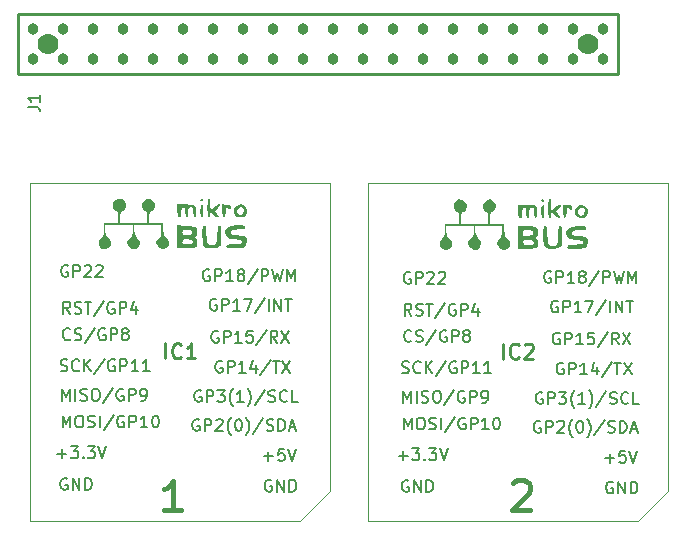
<source format=gbr>
%TF.GenerationSoftware,KiCad,Pcbnew,8.0.2*%
%TF.CreationDate,2024-07-30T14:23:00+02:00*%
%TF.ProjectId,mikrobus_x2_hatPCB,6d696b72-6f62-4757-935f-78325f686174,rev?*%
%TF.SameCoordinates,Original*%
%TF.FileFunction,Legend,Top*%
%TF.FilePolarity,Positive*%
%FSLAX46Y46*%
G04 Gerber Fmt 4.6, Leading zero omitted, Abs format (unit mm)*
G04 Created by KiCad (PCBNEW 8.0.2) date 2024-07-30 14:23:00*
%MOMM*%
%LPD*%
G01*
G04 APERTURE LIST*
%ADD10C,0.150000*%
%ADD11C,0.400000*%
%ADD12C,0.254000*%
%ADD13C,0.000000*%
%ADD14C,0.100000*%
%ADD15C,0.965200*%
%ADD16C,1.778000*%
G04 APERTURE END LIST*
D10*
X126698207Y-99514580D02*
X126650588Y-99562200D01*
X126650588Y-99562200D02*
X126507731Y-99609819D01*
X126507731Y-99609819D02*
X126412493Y-99609819D01*
X126412493Y-99609819D02*
X126269636Y-99562200D01*
X126269636Y-99562200D02*
X126174398Y-99466961D01*
X126174398Y-99466961D02*
X126126779Y-99371723D01*
X126126779Y-99371723D02*
X126079160Y-99181247D01*
X126079160Y-99181247D02*
X126079160Y-99038390D01*
X126079160Y-99038390D02*
X126126779Y-98847914D01*
X126126779Y-98847914D02*
X126174398Y-98752676D01*
X126174398Y-98752676D02*
X126269636Y-98657438D01*
X126269636Y-98657438D02*
X126412493Y-98609819D01*
X126412493Y-98609819D02*
X126507731Y-98609819D01*
X126507731Y-98609819D02*
X126650588Y-98657438D01*
X126650588Y-98657438D02*
X126698207Y-98705057D01*
X127079160Y-99562200D02*
X127222017Y-99609819D01*
X127222017Y-99609819D02*
X127460112Y-99609819D01*
X127460112Y-99609819D02*
X127555350Y-99562200D01*
X127555350Y-99562200D02*
X127602969Y-99514580D01*
X127602969Y-99514580D02*
X127650588Y-99419342D01*
X127650588Y-99419342D02*
X127650588Y-99324104D01*
X127650588Y-99324104D02*
X127602969Y-99228866D01*
X127602969Y-99228866D02*
X127555350Y-99181247D01*
X127555350Y-99181247D02*
X127460112Y-99133628D01*
X127460112Y-99133628D02*
X127269636Y-99086009D01*
X127269636Y-99086009D02*
X127174398Y-99038390D01*
X127174398Y-99038390D02*
X127126779Y-98990771D01*
X127126779Y-98990771D02*
X127079160Y-98895533D01*
X127079160Y-98895533D02*
X127079160Y-98800295D01*
X127079160Y-98800295D02*
X127126779Y-98705057D01*
X127126779Y-98705057D02*
X127174398Y-98657438D01*
X127174398Y-98657438D02*
X127269636Y-98609819D01*
X127269636Y-98609819D02*
X127507731Y-98609819D01*
X127507731Y-98609819D02*
X127650588Y-98657438D01*
X128793445Y-98562200D02*
X127936303Y-99847914D01*
X129650588Y-98657438D02*
X129555350Y-98609819D01*
X129555350Y-98609819D02*
X129412493Y-98609819D01*
X129412493Y-98609819D02*
X129269636Y-98657438D01*
X129269636Y-98657438D02*
X129174398Y-98752676D01*
X129174398Y-98752676D02*
X129126779Y-98847914D01*
X129126779Y-98847914D02*
X129079160Y-99038390D01*
X129079160Y-99038390D02*
X129079160Y-99181247D01*
X129079160Y-99181247D02*
X129126779Y-99371723D01*
X129126779Y-99371723D02*
X129174398Y-99466961D01*
X129174398Y-99466961D02*
X129269636Y-99562200D01*
X129269636Y-99562200D02*
X129412493Y-99609819D01*
X129412493Y-99609819D02*
X129507731Y-99609819D01*
X129507731Y-99609819D02*
X129650588Y-99562200D01*
X129650588Y-99562200D02*
X129698207Y-99514580D01*
X129698207Y-99514580D02*
X129698207Y-99181247D01*
X129698207Y-99181247D02*
X129507731Y-99181247D01*
X130126779Y-99609819D02*
X130126779Y-98609819D01*
X130126779Y-98609819D02*
X130507731Y-98609819D01*
X130507731Y-98609819D02*
X130602969Y-98657438D01*
X130602969Y-98657438D02*
X130650588Y-98705057D01*
X130650588Y-98705057D02*
X130698207Y-98800295D01*
X130698207Y-98800295D02*
X130698207Y-98943152D01*
X130698207Y-98943152D02*
X130650588Y-99038390D01*
X130650588Y-99038390D02*
X130602969Y-99086009D01*
X130602969Y-99086009D02*
X130507731Y-99133628D01*
X130507731Y-99133628D02*
X130126779Y-99133628D01*
X131269636Y-99038390D02*
X131174398Y-98990771D01*
X131174398Y-98990771D02*
X131126779Y-98943152D01*
X131126779Y-98943152D02*
X131079160Y-98847914D01*
X131079160Y-98847914D02*
X131079160Y-98800295D01*
X131079160Y-98800295D02*
X131126779Y-98705057D01*
X131126779Y-98705057D02*
X131174398Y-98657438D01*
X131174398Y-98657438D02*
X131269636Y-98609819D01*
X131269636Y-98609819D02*
X131460112Y-98609819D01*
X131460112Y-98609819D02*
X131555350Y-98657438D01*
X131555350Y-98657438D02*
X131602969Y-98705057D01*
X131602969Y-98705057D02*
X131650588Y-98800295D01*
X131650588Y-98800295D02*
X131650588Y-98847914D01*
X131650588Y-98847914D02*
X131602969Y-98943152D01*
X131602969Y-98943152D02*
X131555350Y-98990771D01*
X131555350Y-98990771D02*
X131460112Y-99038390D01*
X131460112Y-99038390D02*
X131269636Y-99038390D01*
X131269636Y-99038390D02*
X131174398Y-99086009D01*
X131174398Y-99086009D02*
X131126779Y-99133628D01*
X131126779Y-99133628D02*
X131079160Y-99228866D01*
X131079160Y-99228866D02*
X131079160Y-99419342D01*
X131079160Y-99419342D02*
X131126779Y-99514580D01*
X131126779Y-99514580D02*
X131174398Y-99562200D01*
X131174398Y-99562200D02*
X131269636Y-99609819D01*
X131269636Y-99609819D02*
X131460112Y-99609819D01*
X131460112Y-99609819D02*
X131555350Y-99562200D01*
X131555350Y-99562200D02*
X131602969Y-99514580D01*
X131602969Y-99514580D02*
X131650588Y-99419342D01*
X131650588Y-99419342D02*
X131650588Y-99228866D01*
X131650588Y-99228866D02*
X131602969Y-99133628D01*
X131602969Y-99133628D02*
X131555350Y-99086009D01*
X131555350Y-99086009D02*
X131460112Y-99038390D01*
X155510588Y-93877438D02*
X155415350Y-93829819D01*
X155415350Y-93829819D02*
X155272493Y-93829819D01*
X155272493Y-93829819D02*
X155129636Y-93877438D01*
X155129636Y-93877438D02*
X155034398Y-93972676D01*
X155034398Y-93972676D02*
X154986779Y-94067914D01*
X154986779Y-94067914D02*
X154939160Y-94258390D01*
X154939160Y-94258390D02*
X154939160Y-94401247D01*
X154939160Y-94401247D02*
X154986779Y-94591723D01*
X154986779Y-94591723D02*
X155034398Y-94686961D01*
X155034398Y-94686961D02*
X155129636Y-94782200D01*
X155129636Y-94782200D02*
X155272493Y-94829819D01*
X155272493Y-94829819D02*
X155367731Y-94829819D01*
X155367731Y-94829819D02*
X155510588Y-94782200D01*
X155510588Y-94782200D02*
X155558207Y-94734580D01*
X155558207Y-94734580D02*
X155558207Y-94401247D01*
X155558207Y-94401247D02*
X155367731Y-94401247D01*
X155986779Y-94829819D02*
X155986779Y-93829819D01*
X155986779Y-93829819D02*
X156367731Y-93829819D01*
X156367731Y-93829819D02*
X156462969Y-93877438D01*
X156462969Y-93877438D02*
X156510588Y-93925057D01*
X156510588Y-93925057D02*
X156558207Y-94020295D01*
X156558207Y-94020295D02*
X156558207Y-94163152D01*
X156558207Y-94163152D02*
X156510588Y-94258390D01*
X156510588Y-94258390D02*
X156462969Y-94306009D01*
X156462969Y-94306009D02*
X156367731Y-94353628D01*
X156367731Y-94353628D02*
X155986779Y-94353628D01*
X156939160Y-93925057D02*
X156986779Y-93877438D01*
X156986779Y-93877438D02*
X157082017Y-93829819D01*
X157082017Y-93829819D02*
X157320112Y-93829819D01*
X157320112Y-93829819D02*
X157415350Y-93877438D01*
X157415350Y-93877438D02*
X157462969Y-93925057D01*
X157462969Y-93925057D02*
X157510588Y-94020295D01*
X157510588Y-94020295D02*
X157510588Y-94115533D01*
X157510588Y-94115533D02*
X157462969Y-94258390D01*
X157462969Y-94258390D02*
X156891541Y-94829819D01*
X156891541Y-94829819D02*
X157510588Y-94829819D01*
X157891541Y-93925057D02*
X157939160Y-93877438D01*
X157939160Y-93877438D02*
X158034398Y-93829819D01*
X158034398Y-93829819D02*
X158272493Y-93829819D01*
X158272493Y-93829819D02*
X158367731Y-93877438D01*
X158367731Y-93877438D02*
X158415350Y-93925057D01*
X158415350Y-93925057D02*
X158462969Y-94020295D01*
X158462969Y-94020295D02*
X158462969Y-94115533D01*
X158462969Y-94115533D02*
X158415350Y-94258390D01*
X158415350Y-94258390D02*
X157843922Y-94829819D01*
X157843922Y-94829819D02*
X158462969Y-94829819D01*
X166680588Y-104057438D02*
X166585350Y-104009819D01*
X166585350Y-104009819D02*
X166442493Y-104009819D01*
X166442493Y-104009819D02*
X166299636Y-104057438D01*
X166299636Y-104057438D02*
X166204398Y-104152676D01*
X166204398Y-104152676D02*
X166156779Y-104247914D01*
X166156779Y-104247914D02*
X166109160Y-104438390D01*
X166109160Y-104438390D02*
X166109160Y-104581247D01*
X166109160Y-104581247D02*
X166156779Y-104771723D01*
X166156779Y-104771723D02*
X166204398Y-104866961D01*
X166204398Y-104866961D02*
X166299636Y-104962200D01*
X166299636Y-104962200D02*
X166442493Y-105009819D01*
X166442493Y-105009819D02*
X166537731Y-105009819D01*
X166537731Y-105009819D02*
X166680588Y-104962200D01*
X166680588Y-104962200D02*
X166728207Y-104914580D01*
X166728207Y-104914580D02*
X166728207Y-104581247D01*
X166728207Y-104581247D02*
X166537731Y-104581247D01*
X167156779Y-105009819D02*
X167156779Y-104009819D01*
X167156779Y-104009819D02*
X167537731Y-104009819D01*
X167537731Y-104009819D02*
X167632969Y-104057438D01*
X167632969Y-104057438D02*
X167680588Y-104105057D01*
X167680588Y-104105057D02*
X167728207Y-104200295D01*
X167728207Y-104200295D02*
X167728207Y-104343152D01*
X167728207Y-104343152D02*
X167680588Y-104438390D01*
X167680588Y-104438390D02*
X167632969Y-104486009D01*
X167632969Y-104486009D02*
X167537731Y-104533628D01*
X167537731Y-104533628D02*
X167156779Y-104533628D01*
X168061541Y-104009819D02*
X168680588Y-104009819D01*
X168680588Y-104009819D02*
X168347255Y-104390771D01*
X168347255Y-104390771D02*
X168490112Y-104390771D01*
X168490112Y-104390771D02*
X168585350Y-104438390D01*
X168585350Y-104438390D02*
X168632969Y-104486009D01*
X168632969Y-104486009D02*
X168680588Y-104581247D01*
X168680588Y-104581247D02*
X168680588Y-104819342D01*
X168680588Y-104819342D02*
X168632969Y-104914580D01*
X168632969Y-104914580D02*
X168585350Y-104962200D01*
X168585350Y-104962200D02*
X168490112Y-105009819D01*
X168490112Y-105009819D02*
X168204398Y-105009819D01*
X168204398Y-105009819D02*
X168109160Y-104962200D01*
X168109160Y-104962200D02*
X168061541Y-104914580D01*
X169394874Y-105390771D02*
X169347255Y-105343152D01*
X169347255Y-105343152D02*
X169252017Y-105200295D01*
X169252017Y-105200295D02*
X169204398Y-105105057D01*
X169204398Y-105105057D02*
X169156779Y-104962200D01*
X169156779Y-104962200D02*
X169109160Y-104724104D01*
X169109160Y-104724104D02*
X169109160Y-104533628D01*
X169109160Y-104533628D02*
X169156779Y-104295533D01*
X169156779Y-104295533D02*
X169204398Y-104152676D01*
X169204398Y-104152676D02*
X169252017Y-104057438D01*
X169252017Y-104057438D02*
X169347255Y-103914580D01*
X169347255Y-103914580D02*
X169394874Y-103866961D01*
X170299636Y-105009819D02*
X169728208Y-105009819D01*
X170013922Y-105009819D02*
X170013922Y-104009819D01*
X170013922Y-104009819D02*
X169918684Y-104152676D01*
X169918684Y-104152676D02*
X169823446Y-104247914D01*
X169823446Y-104247914D02*
X169728208Y-104295533D01*
X170632970Y-105390771D02*
X170680589Y-105343152D01*
X170680589Y-105343152D02*
X170775827Y-105200295D01*
X170775827Y-105200295D02*
X170823446Y-105105057D01*
X170823446Y-105105057D02*
X170871065Y-104962200D01*
X170871065Y-104962200D02*
X170918684Y-104724104D01*
X170918684Y-104724104D02*
X170918684Y-104533628D01*
X170918684Y-104533628D02*
X170871065Y-104295533D01*
X170871065Y-104295533D02*
X170823446Y-104152676D01*
X170823446Y-104152676D02*
X170775827Y-104057438D01*
X170775827Y-104057438D02*
X170680589Y-103914580D01*
X170680589Y-103914580D02*
X170632970Y-103866961D01*
X172109160Y-103962200D02*
X171252018Y-105247914D01*
X172394875Y-104962200D02*
X172537732Y-105009819D01*
X172537732Y-105009819D02*
X172775827Y-105009819D01*
X172775827Y-105009819D02*
X172871065Y-104962200D01*
X172871065Y-104962200D02*
X172918684Y-104914580D01*
X172918684Y-104914580D02*
X172966303Y-104819342D01*
X172966303Y-104819342D02*
X172966303Y-104724104D01*
X172966303Y-104724104D02*
X172918684Y-104628866D01*
X172918684Y-104628866D02*
X172871065Y-104581247D01*
X172871065Y-104581247D02*
X172775827Y-104533628D01*
X172775827Y-104533628D02*
X172585351Y-104486009D01*
X172585351Y-104486009D02*
X172490113Y-104438390D01*
X172490113Y-104438390D02*
X172442494Y-104390771D01*
X172442494Y-104390771D02*
X172394875Y-104295533D01*
X172394875Y-104295533D02*
X172394875Y-104200295D01*
X172394875Y-104200295D02*
X172442494Y-104105057D01*
X172442494Y-104105057D02*
X172490113Y-104057438D01*
X172490113Y-104057438D02*
X172585351Y-104009819D01*
X172585351Y-104009819D02*
X172823446Y-104009819D01*
X172823446Y-104009819D02*
X172966303Y-104057438D01*
X173966303Y-104914580D02*
X173918684Y-104962200D01*
X173918684Y-104962200D02*
X173775827Y-105009819D01*
X173775827Y-105009819D02*
X173680589Y-105009819D01*
X173680589Y-105009819D02*
X173537732Y-104962200D01*
X173537732Y-104962200D02*
X173442494Y-104866961D01*
X173442494Y-104866961D02*
X173394875Y-104771723D01*
X173394875Y-104771723D02*
X173347256Y-104581247D01*
X173347256Y-104581247D02*
X173347256Y-104438390D01*
X173347256Y-104438390D02*
X173394875Y-104247914D01*
X173394875Y-104247914D02*
X173442494Y-104152676D01*
X173442494Y-104152676D02*
X173537732Y-104057438D01*
X173537732Y-104057438D02*
X173680589Y-104009819D01*
X173680589Y-104009819D02*
X173775827Y-104009819D01*
X173775827Y-104009819D02*
X173918684Y-104057438D01*
X173918684Y-104057438D02*
X173966303Y-104105057D01*
X174871065Y-105009819D02*
X174394875Y-105009819D01*
X174394875Y-105009819D02*
X174394875Y-104009819D01*
X167390588Y-93827438D02*
X167295350Y-93779819D01*
X167295350Y-93779819D02*
X167152493Y-93779819D01*
X167152493Y-93779819D02*
X167009636Y-93827438D01*
X167009636Y-93827438D02*
X166914398Y-93922676D01*
X166914398Y-93922676D02*
X166866779Y-94017914D01*
X166866779Y-94017914D02*
X166819160Y-94208390D01*
X166819160Y-94208390D02*
X166819160Y-94351247D01*
X166819160Y-94351247D02*
X166866779Y-94541723D01*
X166866779Y-94541723D02*
X166914398Y-94636961D01*
X166914398Y-94636961D02*
X167009636Y-94732200D01*
X167009636Y-94732200D02*
X167152493Y-94779819D01*
X167152493Y-94779819D02*
X167247731Y-94779819D01*
X167247731Y-94779819D02*
X167390588Y-94732200D01*
X167390588Y-94732200D02*
X167438207Y-94684580D01*
X167438207Y-94684580D02*
X167438207Y-94351247D01*
X167438207Y-94351247D02*
X167247731Y-94351247D01*
X167866779Y-94779819D02*
X167866779Y-93779819D01*
X167866779Y-93779819D02*
X168247731Y-93779819D01*
X168247731Y-93779819D02*
X168342969Y-93827438D01*
X168342969Y-93827438D02*
X168390588Y-93875057D01*
X168390588Y-93875057D02*
X168438207Y-93970295D01*
X168438207Y-93970295D02*
X168438207Y-94113152D01*
X168438207Y-94113152D02*
X168390588Y-94208390D01*
X168390588Y-94208390D02*
X168342969Y-94256009D01*
X168342969Y-94256009D02*
X168247731Y-94303628D01*
X168247731Y-94303628D02*
X167866779Y-94303628D01*
X169390588Y-94779819D02*
X168819160Y-94779819D01*
X169104874Y-94779819D02*
X169104874Y-93779819D01*
X169104874Y-93779819D02*
X169009636Y-93922676D01*
X169009636Y-93922676D02*
X168914398Y-94017914D01*
X168914398Y-94017914D02*
X168819160Y-94065533D01*
X169962017Y-94208390D02*
X169866779Y-94160771D01*
X169866779Y-94160771D02*
X169819160Y-94113152D01*
X169819160Y-94113152D02*
X169771541Y-94017914D01*
X169771541Y-94017914D02*
X169771541Y-93970295D01*
X169771541Y-93970295D02*
X169819160Y-93875057D01*
X169819160Y-93875057D02*
X169866779Y-93827438D01*
X169866779Y-93827438D02*
X169962017Y-93779819D01*
X169962017Y-93779819D02*
X170152493Y-93779819D01*
X170152493Y-93779819D02*
X170247731Y-93827438D01*
X170247731Y-93827438D02*
X170295350Y-93875057D01*
X170295350Y-93875057D02*
X170342969Y-93970295D01*
X170342969Y-93970295D02*
X170342969Y-94017914D01*
X170342969Y-94017914D02*
X170295350Y-94113152D01*
X170295350Y-94113152D02*
X170247731Y-94160771D01*
X170247731Y-94160771D02*
X170152493Y-94208390D01*
X170152493Y-94208390D02*
X169962017Y-94208390D01*
X169962017Y-94208390D02*
X169866779Y-94256009D01*
X169866779Y-94256009D02*
X169819160Y-94303628D01*
X169819160Y-94303628D02*
X169771541Y-94398866D01*
X169771541Y-94398866D02*
X169771541Y-94589342D01*
X169771541Y-94589342D02*
X169819160Y-94684580D01*
X169819160Y-94684580D02*
X169866779Y-94732200D01*
X169866779Y-94732200D02*
X169962017Y-94779819D01*
X169962017Y-94779819D02*
X170152493Y-94779819D01*
X170152493Y-94779819D02*
X170247731Y-94732200D01*
X170247731Y-94732200D02*
X170295350Y-94684580D01*
X170295350Y-94684580D02*
X170342969Y-94589342D01*
X170342969Y-94589342D02*
X170342969Y-94398866D01*
X170342969Y-94398866D02*
X170295350Y-94303628D01*
X170295350Y-94303628D02*
X170247731Y-94256009D01*
X170247731Y-94256009D02*
X170152493Y-94208390D01*
X171485826Y-93732200D02*
X170628684Y-95017914D01*
X171819160Y-94779819D02*
X171819160Y-93779819D01*
X171819160Y-93779819D02*
X172200112Y-93779819D01*
X172200112Y-93779819D02*
X172295350Y-93827438D01*
X172295350Y-93827438D02*
X172342969Y-93875057D01*
X172342969Y-93875057D02*
X172390588Y-93970295D01*
X172390588Y-93970295D02*
X172390588Y-94113152D01*
X172390588Y-94113152D02*
X172342969Y-94208390D01*
X172342969Y-94208390D02*
X172295350Y-94256009D01*
X172295350Y-94256009D02*
X172200112Y-94303628D01*
X172200112Y-94303628D02*
X171819160Y-94303628D01*
X172723922Y-93779819D02*
X172962017Y-94779819D01*
X172962017Y-94779819D02*
X173152493Y-94065533D01*
X173152493Y-94065533D02*
X173342969Y-94779819D01*
X173342969Y-94779819D02*
X173581065Y-93779819D01*
X173962017Y-94779819D02*
X173962017Y-93779819D01*
X173962017Y-93779819D02*
X174295350Y-94494104D01*
X174295350Y-94494104D02*
X174628683Y-93779819D01*
X174628683Y-93779819D02*
X174628683Y-94779819D01*
X168470588Y-101567438D02*
X168375350Y-101519819D01*
X168375350Y-101519819D02*
X168232493Y-101519819D01*
X168232493Y-101519819D02*
X168089636Y-101567438D01*
X168089636Y-101567438D02*
X167994398Y-101662676D01*
X167994398Y-101662676D02*
X167946779Y-101757914D01*
X167946779Y-101757914D02*
X167899160Y-101948390D01*
X167899160Y-101948390D02*
X167899160Y-102091247D01*
X167899160Y-102091247D02*
X167946779Y-102281723D01*
X167946779Y-102281723D02*
X167994398Y-102376961D01*
X167994398Y-102376961D02*
X168089636Y-102472200D01*
X168089636Y-102472200D02*
X168232493Y-102519819D01*
X168232493Y-102519819D02*
X168327731Y-102519819D01*
X168327731Y-102519819D02*
X168470588Y-102472200D01*
X168470588Y-102472200D02*
X168518207Y-102424580D01*
X168518207Y-102424580D02*
X168518207Y-102091247D01*
X168518207Y-102091247D02*
X168327731Y-102091247D01*
X168946779Y-102519819D02*
X168946779Y-101519819D01*
X168946779Y-101519819D02*
X169327731Y-101519819D01*
X169327731Y-101519819D02*
X169422969Y-101567438D01*
X169422969Y-101567438D02*
X169470588Y-101615057D01*
X169470588Y-101615057D02*
X169518207Y-101710295D01*
X169518207Y-101710295D02*
X169518207Y-101853152D01*
X169518207Y-101853152D02*
X169470588Y-101948390D01*
X169470588Y-101948390D02*
X169422969Y-101996009D01*
X169422969Y-101996009D02*
X169327731Y-102043628D01*
X169327731Y-102043628D02*
X168946779Y-102043628D01*
X170470588Y-102519819D02*
X169899160Y-102519819D01*
X170184874Y-102519819D02*
X170184874Y-101519819D01*
X170184874Y-101519819D02*
X170089636Y-101662676D01*
X170089636Y-101662676D02*
X169994398Y-101757914D01*
X169994398Y-101757914D02*
X169899160Y-101805533D01*
X171327731Y-101853152D02*
X171327731Y-102519819D01*
X171089636Y-101472200D02*
X170851541Y-102186485D01*
X170851541Y-102186485D02*
X171470588Y-102186485D01*
X172565826Y-101472200D02*
X171708684Y-102757914D01*
X172756303Y-101519819D02*
X173327731Y-101519819D01*
X173042017Y-102519819D02*
X173042017Y-101519819D01*
X173565827Y-101519819D02*
X174232493Y-102519819D01*
X174232493Y-101519819D02*
X173565827Y-102519819D01*
X139080588Y-96157438D02*
X138985350Y-96109819D01*
X138985350Y-96109819D02*
X138842493Y-96109819D01*
X138842493Y-96109819D02*
X138699636Y-96157438D01*
X138699636Y-96157438D02*
X138604398Y-96252676D01*
X138604398Y-96252676D02*
X138556779Y-96347914D01*
X138556779Y-96347914D02*
X138509160Y-96538390D01*
X138509160Y-96538390D02*
X138509160Y-96681247D01*
X138509160Y-96681247D02*
X138556779Y-96871723D01*
X138556779Y-96871723D02*
X138604398Y-96966961D01*
X138604398Y-96966961D02*
X138699636Y-97062200D01*
X138699636Y-97062200D02*
X138842493Y-97109819D01*
X138842493Y-97109819D02*
X138937731Y-97109819D01*
X138937731Y-97109819D02*
X139080588Y-97062200D01*
X139080588Y-97062200D02*
X139128207Y-97014580D01*
X139128207Y-97014580D02*
X139128207Y-96681247D01*
X139128207Y-96681247D02*
X138937731Y-96681247D01*
X139556779Y-97109819D02*
X139556779Y-96109819D01*
X139556779Y-96109819D02*
X139937731Y-96109819D01*
X139937731Y-96109819D02*
X140032969Y-96157438D01*
X140032969Y-96157438D02*
X140080588Y-96205057D01*
X140080588Y-96205057D02*
X140128207Y-96300295D01*
X140128207Y-96300295D02*
X140128207Y-96443152D01*
X140128207Y-96443152D02*
X140080588Y-96538390D01*
X140080588Y-96538390D02*
X140032969Y-96586009D01*
X140032969Y-96586009D02*
X139937731Y-96633628D01*
X139937731Y-96633628D02*
X139556779Y-96633628D01*
X141080588Y-97109819D02*
X140509160Y-97109819D01*
X140794874Y-97109819D02*
X140794874Y-96109819D01*
X140794874Y-96109819D02*
X140699636Y-96252676D01*
X140699636Y-96252676D02*
X140604398Y-96347914D01*
X140604398Y-96347914D02*
X140509160Y-96395533D01*
X141413922Y-96109819D02*
X142080588Y-96109819D01*
X142080588Y-96109819D02*
X141652017Y-97109819D01*
X143175826Y-96062200D02*
X142318684Y-97347914D01*
X143509160Y-97109819D02*
X143509160Y-96109819D01*
X143985350Y-97109819D02*
X143985350Y-96109819D01*
X143985350Y-96109819D02*
X144556778Y-97109819D01*
X144556778Y-97109819D02*
X144556778Y-96109819D01*
X144890112Y-96109819D02*
X145461540Y-96109819D01*
X145175826Y-97109819D02*
X145175826Y-96109819D01*
X154956779Y-107169819D02*
X154956779Y-106169819D01*
X154956779Y-106169819D02*
X155290112Y-106884104D01*
X155290112Y-106884104D02*
X155623445Y-106169819D01*
X155623445Y-106169819D02*
X155623445Y-107169819D01*
X156290112Y-106169819D02*
X156480588Y-106169819D01*
X156480588Y-106169819D02*
X156575826Y-106217438D01*
X156575826Y-106217438D02*
X156671064Y-106312676D01*
X156671064Y-106312676D02*
X156718683Y-106503152D01*
X156718683Y-106503152D02*
X156718683Y-106836485D01*
X156718683Y-106836485D02*
X156671064Y-107026961D01*
X156671064Y-107026961D02*
X156575826Y-107122200D01*
X156575826Y-107122200D02*
X156480588Y-107169819D01*
X156480588Y-107169819D02*
X156290112Y-107169819D01*
X156290112Y-107169819D02*
X156194874Y-107122200D01*
X156194874Y-107122200D02*
X156099636Y-107026961D01*
X156099636Y-107026961D02*
X156052017Y-106836485D01*
X156052017Y-106836485D02*
X156052017Y-106503152D01*
X156052017Y-106503152D02*
X156099636Y-106312676D01*
X156099636Y-106312676D02*
X156194874Y-106217438D01*
X156194874Y-106217438D02*
X156290112Y-106169819D01*
X157099636Y-107122200D02*
X157242493Y-107169819D01*
X157242493Y-107169819D02*
X157480588Y-107169819D01*
X157480588Y-107169819D02*
X157575826Y-107122200D01*
X157575826Y-107122200D02*
X157623445Y-107074580D01*
X157623445Y-107074580D02*
X157671064Y-106979342D01*
X157671064Y-106979342D02*
X157671064Y-106884104D01*
X157671064Y-106884104D02*
X157623445Y-106788866D01*
X157623445Y-106788866D02*
X157575826Y-106741247D01*
X157575826Y-106741247D02*
X157480588Y-106693628D01*
X157480588Y-106693628D02*
X157290112Y-106646009D01*
X157290112Y-106646009D02*
X157194874Y-106598390D01*
X157194874Y-106598390D02*
X157147255Y-106550771D01*
X157147255Y-106550771D02*
X157099636Y-106455533D01*
X157099636Y-106455533D02*
X157099636Y-106360295D01*
X157099636Y-106360295D02*
X157147255Y-106265057D01*
X157147255Y-106265057D02*
X157194874Y-106217438D01*
X157194874Y-106217438D02*
X157290112Y-106169819D01*
X157290112Y-106169819D02*
X157528207Y-106169819D01*
X157528207Y-106169819D02*
X157671064Y-106217438D01*
X158099636Y-107169819D02*
X158099636Y-106169819D01*
X159290111Y-106122200D02*
X158432969Y-107407914D01*
X160147254Y-106217438D02*
X160052016Y-106169819D01*
X160052016Y-106169819D02*
X159909159Y-106169819D01*
X159909159Y-106169819D02*
X159766302Y-106217438D01*
X159766302Y-106217438D02*
X159671064Y-106312676D01*
X159671064Y-106312676D02*
X159623445Y-106407914D01*
X159623445Y-106407914D02*
X159575826Y-106598390D01*
X159575826Y-106598390D02*
X159575826Y-106741247D01*
X159575826Y-106741247D02*
X159623445Y-106931723D01*
X159623445Y-106931723D02*
X159671064Y-107026961D01*
X159671064Y-107026961D02*
X159766302Y-107122200D01*
X159766302Y-107122200D02*
X159909159Y-107169819D01*
X159909159Y-107169819D02*
X160004397Y-107169819D01*
X160004397Y-107169819D02*
X160147254Y-107122200D01*
X160147254Y-107122200D02*
X160194873Y-107074580D01*
X160194873Y-107074580D02*
X160194873Y-106741247D01*
X160194873Y-106741247D02*
X160004397Y-106741247D01*
X160623445Y-107169819D02*
X160623445Y-106169819D01*
X160623445Y-106169819D02*
X161004397Y-106169819D01*
X161004397Y-106169819D02*
X161099635Y-106217438D01*
X161099635Y-106217438D02*
X161147254Y-106265057D01*
X161147254Y-106265057D02*
X161194873Y-106360295D01*
X161194873Y-106360295D02*
X161194873Y-106503152D01*
X161194873Y-106503152D02*
X161147254Y-106598390D01*
X161147254Y-106598390D02*
X161099635Y-106646009D01*
X161099635Y-106646009D02*
X161004397Y-106693628D01*
X161004397Y-106693628D02*
X160623445Y-106693628D01*
X162147254Y-107169819D02*
X161575826Y-107169819D01*
X161861540Y-107169819D02*
X161861540Y-106169819D01*
X161861540Y-106169819D02*
X161766302Y-106312676D01*
X161766302Y-106312676D02*
X161671064Y-106407914D01*
X161671064Y-106407914D02*
X161575826Y-106455533D01*
X162766302Y-106169819D02*
X162861540Y-106169819D01*
X162861540Y-106169819D02*
X162956778Y-106217438D01*
X162956778Y-106217438D02*
X163004397Y-106265057D01*
X163004397Y-106265057D02*
X163052016Y-106360295D01*
X163052016Y-106360295D02*
X163099635Y-106550771D01*
X163099635Y-106550771D02*
X163099635Y-106788866D01*
X163099635Y-106788866D02*
X163052016Y-106979342D01*
X163052016Y-106979342D02*
X163004397Y-107074580D01*
X163004397Y-107074580D02*
X162956778Y-107122200D01*
X162956778Y-107122200D02*
X162861540Y-107169819D01*
X162861540Y-107169819D02*
X162766302Y-107169819D01*
X162766302Y-107169819D02*
X162671064Y-107122200D01*
X162671064Y-107122200D02*
X162623445Y-107074580D01*
X162623445Y-107074580D02*
X162575826Y-106979342D01*
X162575826Y-106979342D02*
X162528207Y-106788866D01*
X162528207Y-106788866D02*
X162528207Y-106550771D01*
X162528207Y-106550771D02*
X162575826Y-106360295D01*
X162575826Y-106360295D02*
X162623445Y-106265057D01*
X162623445Y-106265057D02*
X162671064Y-106217438D01*
X162671064Y-106217438D02*
X162766302Y-106169819D01*
X138490588Y-93667438D02*
X138395350Y-93619819D01*
X138395350Y-93619819D02*
X138252493Y-93619819D01*
X138252493Y-93619819D02*
X138109636Y-93667438D01*
X138109636Y-93667438D02*
X138014398Y-93762676D01*
X138014398Y-93762676D02*
X137966779Y-93857914D01*
X137966779Y-93857914D02*
X137919160Y-94048390D01*
X137919160Y-94048390D02*
X137919160Y-94191247D01*
X137919160Y-94191247D02*
X137966779Y-94381723D01*
X137966779Y-94381723D02*
X138014398Y-94476961D01*
X138014398Y-94476961D02*
X138109636Y-94572200D01*
X138109636Y-94572200D02*
X138252493Y-94619819D01*
X138252493Y-94619819D02*
X138347731Y-94619819D01*
X138347731Y-94619819D02*
X138490588Y-94572200D01*
X138490588Y-94572200D02*
X138538207Y-94524580D01*
X138538207Y-94524580D02*
X138538207Y-94191247D01*
X138538207Y-94191247D02*
X138347731Y-94191247D01*
X138966779Y-94619819D02*
X138966779Y-93619819D01*
X138966779Y-93619819D02*
X139347731Y-93619819D01*
X139347731Y-93619819D02*
X139442969Y-93667438D01*
X139442969Y-93667438D02*
X139490588Y-93715057D01*
X139490588Y-93715057D02*
X139538207Y-93810295D01*
X139538207Y-93810295D02*
X139538207Y-93953152D01*
X139538207Y-93953152D02*
X139490588Y-94048390D01*
X139490588Y-94048390D02*
X139442969Y-94096009D01*
X139442969Y-94096009D02*
X139347731Y-94143628D01*
X139347731Y-94143628D02*
X138966779Y-94143628D01*
X140490588Y-94619819D02*
X139919160Y-94619819D01*
X140204874Y-94619819D02*
X140204874Y-93619819D01*
X140204874Y-93619819D02*
X140109636Y-93762676D01*
X140109636Y-93762676D02*
X140014398Y-93857914D01*
X140014398Y-93857914D02*
X139919160Y-93905533D01*
X141062017Y-94048390D02*
X140966779Y-94000771D01*
X140966779Y-94000771D02*
X140919160Y-93953152D01*
X140919160Y-93953152D02*
X140871541Y-93857914D01*
X140871541Y-93857914D02*
X140871541Y-93810295D01*
X140871541Y-93810295D02*
X140919160Y-93715057D01*
X140919160Y-93715057D02*
X140966779Y-93667438D01*
X140966779Y-93667438D02*
X141062017Y-93619819D01*
X141062017Y-93619819D02*
X141252493Y-93619819D01*
X141252493Y-93619819D02*
X141347731Y-93667438D01*
X141347731Y-93667438D02*
X141395350Y-93715057D01*
X141395350Y-93715057D02*
X141442969Y-93810295D01*
X141442969Y-93810295D02*
X141442969Y-93857914D01*
X141442969Y-93857914D02*
X141395350Y-93953152D01*
X141395350Y-93953152D02*
X141347731Y-94000771D01*
X141347731Y-94000771D02*
X141252493Y-94048390D01*
X141252493Y-94048390D02*
X141062017Y-94048390D01*
X141062017Y-94048390D02*
X140966779Y-94096009D01*
X140966779Y-94096009D02*
X140919160Y-94143628D01*
X140919160Y-94143628D02*
X140871541Y-94238866D01*
X140871541Y-94238866D02*
X140871541Y-94429342D01*
X140871541Y-94429342D02*
X140919160Y-94524580D01*
X140919160Y-94524580D02*
X140966779Y-94572200D01*
X140966779Y-94572200D02*
X141062017Y-94619819D01*
X141062017Y-94619819D02*
X141252493Y-94619819D01*
X141252493Y-94619819D02*
X141347731Y-94572200D01*
X141347731Y-94572200D02*
X141395350Y-94524580D01*
X141395350Y-94524580D02*
X141442969Y-94429342D01*
X141442969Y-94429342D02*
X141442969Y-94238866D01*
X141442969Y-94238866D02*
X141395350Y-94143628D01*
X141395350Y-94143628D02*
X141347731Y-94096009D01*
X141347731Y-94096009D02*
X141252493Y-94048390D01*
X142585826Y-93572200D02*
X141728684Y-94857914D01*
X142919160Y-94619819D02*
X142919160Y-93619819D01*
X142919160Y-93619819D02*
X143300112Y-93619819D01*
X143300112Y-93619819D02*
X143395350Y-93667438D01*
X143395350Y-93667438D02*
X143442969Y-93715057D01*
X143442969Y-93715057D02*
X143490588Y-93810295D01*
X143490588Y-93810295D02*
X143490588Y-93953152D01*
X143490588Y-93953152D02*
X143442969Y-94048390D01*
X143442969Y-94048390D02*
X143395350Y-94096009D01*
X143395350Y-94096009D02*
X143300112Y-94143628D01*
X143300112Y-94143628D02*
X142919160Y-94143628D01*
X143823922Y-93619819D02*
X144062017Y-94619819D01*
X144062017Y-94619819D02*
X144252493Y-93905533D01*
X144252493Y-93905533D02*
X144442969Y-94619819D01*
X144442969Y-94619819D02*
X144681065Y-93619819D01*
X145062017Y-94619819D02*
X145062017Y-93619819D01*
X145062017Y-93619819D02*
X145395350Y-94334104D01*
X145395350Y-94334104D02*
X145728683Y-93619819D01*
X145728683Y-93619819D02*
X145728683Y-94619819D01*
D11*
X164199347Y-111731342D02*
X164318395Y-111612295D01*
X164318395Y-111612295D02*
X164556490Y-111493247D01*
X164556490Y-111493247D02*
X165151728Y-111493247D01*
X165151728Y-111493247D02*
X165389823Y-111612295D01*
X165389823Y-111612295D02*
X165508871Y-111731342D01*
X165508871Y-111731342D02*
X165627918Y-111969438D01*
X165627918Y-111969438D02*
X165627918Y-112207533D01*
X165627918Y-112207533D02*
X165508871Y-112564676D01*
X165508871Y-112564676D02*
X164080299Y-113993247D01*
X164080299Y-113993247D02*
X165627918Y-113993247D01*
D10*
X172640588Y-111637438D02*
X172545350Y-111589819D01*
X172545350Y-111589819D02*
X172402493Y-111589819D01*
X172402493Y-111589819D02*
X172259636Y-111637438D01*
X172259636Y-111637438D02*
X172164398Y-111732676D01*
X172164398Y-111732676D02*
X172116779Y-111827914D01*
X172116779Y-111827914D02*
X172069160Y-112018390D01*
X172069160Y-112018390D02*
X172069160Y-112161247D01*
X172069160Y-112161247D02*
X172116779Y-112351723D01*
X172116779Y-112351723D02*
X172164398Y-112446961D01*
X172164398Y-112446961D02*
X172259636Y-112542200D01*
X172259636Y-112542200D02*
X172402493Y-112589819D01*
X172402493Y-112589819D02*
X172497731Y-112589819D01*
X172497731Y-112589819D02*
X172640588Y-112542200D01*
X172640588Y-112542200D02*
X172688207Y-112494580D01*
X172688207Y-112494580D02*
X172688207Y-112161247D01*
X172688207Y-112161247D02*
X172497731Y-112161247D01*
X173116779Y-112589819D02*
X173116779Y-111589819D01*
X173116779Y-111589819D02*
X173688207Y-112589819D01*
X173688207Y-112589819D02*
X173688207Y-111589819D01*
X174164398Y-112589819D02*
X174164398Y-111589819D01*
X174164398Y-111589819D02*
X174402493Y-111589819D01*
X174402493Y-111589819D02*
X174545350Y-111637438D01*
X174545350Y-111637438D02*
X174640588Y-111732676D01*
X174640588Y-111732676D02*
X174688207Y-111827914D01*
X174688207Y-111827914D02*
X174735826Y-112018390D01*
X174735826Y-112018390D02*
X174735826Y-112161247D01*
X174735826Y-112161247D02*
X174688207Y-112351723D01*
X174688207Y-112351723D02*
X174640588Y-112446961D01*
X174640588Y-112446961D02*
X174545350Y-112542200D01*
X174545350Y-112542200D02*
X174402493Y-112589819D01*
X174402493Y-112589819D02*
X174164398Y-112589819D01*
X125616779Y-109228866D02*
X126378684Y-109228866D01*
X125997731Y-109609819D02*
X125997731Y-108847914D01*
X126759636Y-108609819D02*
X127378683Y-108609819D01*
X127378683Y-108609819D02*
X127045350Y-108990771D01*
X127045350Y-108990771D02*
X127188207Y-108990771D01*
X127188207Y-108990771D02*
X127283445Y-109038390D01*
X127283445Y-109038390D02*
X127331064Y-109086009D01*
X127331064Y-109086009D02*
X127378683Y-109181247D01*
X127378683Y-109181247D02*
X127378683Y-109419342D01*
X127378683Y-109419342D02*
X127331064Y-109514580D01*
X127331064Y-109514580D02*
X127283445Y-109562200D01*
X127283445Y-109562200D02*
X127188207Y-109609819D01*
X127188207Y-109609819D02*
X126902493Y-109609819D01*
X126902493Y-109609819D02*
X126807255Y-109562200D01*
X126807255Y-109562200D02*
X126759636Y-109514580D01*
X127807255Y-109514580D02*
X127854874Y-109562200D01*
X127854874Y-109562200D02*
X127807255Y-109609819D01*
X127807255Y-109609819D02*
X127759636Y-109562200D01*
X127759636Y-109562200D02*
X127807255Y-109514580D01*
X127807255Y-109514580D02*
X127807255Y-109609819D01*
X128188207Y-108609819D02*
X128807254Y-108609819D01*
X128807254Y-108609819D02*
X128473921Y-108990771D01*
X128473921Y-108990771D02*
X128616778Y-108990771D01*
X128616778Y-108990771D02*
X128712016Y-109038390D01*
X128712016Y-109038390D02*
X128759635Y-109086009D01*
X128759635Y-109086009D02*
X128807254Y-109181247D01*
X128807254Y-109181247D02*
X128807254Y-109419342D01*
X128807254Y-109419342D02*
X128759635Y-109514580D01*
X128759635Y-109514580D02*
X128712016Y-109562200D01*
X128712016Y-109562200D02*
X128616778Y-109609819D01*
X128616778Y-109609819D02*
X128331064Y-109609819D01*
X128331064Y-109609819D02*
X128235826Y-109562200D01*
X128235826Y-109562200D02*
X128188207Y-109514580D01*
X129092969Y-108609819D02*
X129426302Y-109609819D01*
X129426302Y-109609819D02*
X129759635Y-108609819D01*
X155598207Y-99674580D02*
X155550588Y-99722200D01*
X155550588Y-99722200D02*
X155407731Y-99769819D01*
X155407731Y-99769819D02*
X155312493Y-99769819D01*
X155312493Y-99769819D02*
X155169636Y-99722200D01*
X155169636Y-99722200D02*
X155074398Y-99626961D01*
X155074398Y-99626961D02*
X155026779Y-99531723D01*
X155026779Y-99531723D02*
X154979160Y-99341247D01*
X154979160Y-99341247D02*
X154979160Y-99198390D01*
X154979160Y-99198390D02*
X155026779Y-99007914D01*
X155026779Y-99007914D02*
X155074398Y-98912676D01*
X155074398Y-98912676D02*
X155169636Y-98817438D01*
X155169636Y-98817438D02*
X155312493Y-98769819D01*
X155312493Y-98769819D02*
X155407731Y-98769819D01*
X155407731Y-98769819D02*
X155550588Y-98817438D01*
X155550588Y-98817438D02*
X155598207Y-98865057D01*
X155979160Y-99722200D02*
X156122017Y-99769819D01*
X156122017Y-99769819D02*
X156360112Y-99769819D01*
X156360112Y-99769819D02*
X156455350Y-99722200D01*
X156455350Y-99722200D02*
X156502969Y-99674580D01*
X156502969Y-99674580D02*
X156550588Y-99579342D01*
X156550588Y-99579342D02*
X156550588Y-99484104D01*
X156550588Y-99484104D02*
X156502969Y-99388866D01*
X156502969Y-99388866D02*
X156455350Y-99341247D01*
X156455350Y-99341247D02*
X156360112Y-99293628D01*
X156360112Y-99293628D02*
X156169636Y-99246009D01*
X156169636Y-99246009D02*
X156074398Y-99198390D01*
X156074398Y-99198390D02*
X156026779Y-99150771D01*
X156026779Y-99150771D02*
X155979160Y-99055533D01*
X155979160Y-99055533D02*
X155979160Y-98960295D01*
X155979160Y-98960295D02*
X156026779Y-98865057D01*
X156026779Y-98865057D02*
X156074398Y-98817438D01*
X156074398Y-98817438D02*
X156169636Y-98769819D01*
X156169636Y-98769819D02*
X156407731Y-98769819D01*
X156407731Y-98769819D02*
X156550588Y-98817438D01*
X157693445Y-98722200D02*
X156836303Y-100007914D01*
X158550588Y-98817438D02*
X158455350Y-98769819D01*
X158455350Y-98769819D02*
X158312493Y-98769819D01*
X158312493Y-98769819D02*
X158169636Y-98817438D01*
X158169636Y-98817438D02*
X158074398Y-98912676D01*
X158074398Y-98912676D02*
X158026779Y-99007914D01*
X158026779Y-99007914D02*
X157979160Y-99198390D01*
X157979160Y-99198390D02*
X157979160Y-99341247D01*
X157979160Y-99341247D02*
X158026779Y-99531723D01*
X158026779Y-99531723D02*
X158074398Y-99626961D01*
X158074398Y-99626961D02*
X158169636Y-99722200D01*
X158169636Y-99722200D02*
X158312493Y-99769819D01*
X158312493Y-99769819D02*
X158407731Y-99769819D01*
X158407731Y-99769819D02*
X158550588Y-99722200D01*
X158550588Y-99722200D02*
X158598207Y-99674580D01*
X158598207Y-99674580D02*
X158598207Y-99341247D01*
X158598207Y-99341247D02*
X158407731Y-99341247D01*
X159026779Y-99769819D02*
X159026779Y-98769819D01*
X159026779Y-98769819D02*
X159407731Y-98769819D01*
X159407731Y-98769819D02*
X159502969Y-98817438D01*
X159502969Y-98817438D02*
X159550588Y-98865057D01*
X159550588Y-98865057D02*
X159598207Y-98960295D01*
X159598207Y-98960295D02*
X159598207Y-99103152D01*
X159598207Y-99103152D02*
X159550588Y-99198390D01*
X159550588Y-99198390D02*
X159502969Y-99246009D01*
X159502969Y-99246009D02*
X159407731Y-99293628D01*
X159407731Y-99293628D02*
X159026779Y-99293628D01*
X160169636Y-99198390D02*
X160074398Y-99150771D01*
X160074398Y-99150771D02*
X160026779Y-99103152D01*
X160026779Y-99103152D02*
X159979160Y-99007914D01*
X159979160Y-99007914D02*
X159979160Y-98960295D01*
X159979160Y-98960295D02*
X160026779Y-98865057D01*
X160026779Y-98865057D02*
X160074398Y-98817438D01*
X160074398Y-98817438D02*
X160169636Y-98769819D01*
X160169636Y-98769819D02*
X160360112Y-98769819D01*
X160360112Y-98769819D02*
X160455350Y-98817438D01*
X160455350Y-98817438D02*
X160502969Y-98865057D01*
X160502969Y-98865057D02*
X160550588Y-98960295D01*
X160550588Y-98960295D02*
X160550588Y-99007914D01*
X160550588Y-99007914D02*
X160502969Y-99103152D01*
X160502969Y-99103152D02*
X160455350Y-99150771D01*
X160455350Y-99150771D02*
X160360112Y-99198390D01*
X160360112Y-99198390D02*
X160169636Y-99198390D01*
X160169636Y-99198390D02*
X160074398Y-99246009D01*
X160074398Y-99246009D02*
X160026779Y-99293628D01*
X160026779Y-99293628D02*
X159979160Y-99388866D01*
X159979160Y-99388866D02*
X159979160Y-99579342D01*
X159979160Y-99579342D02*
X160026779Y-99674580D01*
X160026779Y-99674580D02*
X160074398Y-99722200D01*
X160074398Y-99722200D02*
X160169636Y-99769819D01*
X160169636Y-99769819D02*
X160360112Y-99769819D01*
X160360112Y-99769819D02*
X160455350Y-99722200D01*
X160455350Y-99722200D02*
X160502969Y-99674580D01*
X160502969Y-99674580D02*
X160550588Y-99579342D01*
X160550588Y-99579342D02*
X160550588Y-99388866D01*
X160550588Y-99388866D02*
X160502969Y-99293628D01*
X160502969Y-99293628D02*
X160455350Y-99246009D01*
X160455350Y-99246009D02*
X160360112Y-99198390D01*
X155340588Y-111507438D02*
X155245350Y-111459819D01*
X155245350Y-111459819D02*
X155102493Y-111459819D01*
X155102493Y-111459819D02*
X154959636Y-111507438D01*
X154959636Y-111507438D02*
X154864398Y-111602676D01*
X154864398Y-111602676D02*
X154816779Y-111697914D01*
X154816779Y-111697914D02*
X154769160Y-111888390D01*
X154769160Y-111888390D02*
X154769160Y-112031247D01*
X154769160Y-112031247D02*
X154816779Y-112221723D01*
X154816779Y-112221723D02*
X154864398Y-112316961D01*
X154864398Y-112316961D02*
X154959636Y-112412200D01*
X154959636Y-112412200D02*
X155102493Y-112459819D01*
X155102493Y-112459819D02*
X155197731Y-112459819D01*
X155197731Y-112459819D02*
X155340588Y-112412200D01*
X155340588Y-112412200D02*
X155388207Y-112364580D01*
X155388207Y-112364580D02*
X155388207Y-112031247D01*
X155388207Y-112031247D02*
X155197731Y-112031247D01*
X155816779Y-112459819D02*
X155816779Y-111459819D01*
X155816779Y-111459819D02*
X156388207Y-112459819D01*
X156388207Y-112459819D02*
X156388207Y-111459819D01*
X156864398Y-112459819D02*
X156864398Y-111459819D01*
X156864398Y-111459819D02*
X157102493Y-111459819D01*
X157102493Y-111459819D02*
X157245350Y-111507438D01*
X157245350Y-111507438D02*
X157340588Y-111602676D01*
X157340588Y-111602676D02*
X157388207Y-111697914D01*
X157388207Y-111697914D02*
X157435826Y-111888390D01*
X157435826Y-111888390D02*
X157435826Y-112031247D01*
X157435826Y-112031247D02*
X157388207Y-112221723D01*
X157388207Y-112221723D02*
X157340588Y-112316961D01*
X157340588Y-112316961D02*
X157245350Y-112412200D01*
X157245350Y-112412200D02*
X157102493Y-112459819D01*
X157102493Y-112459819D02*
X156864398Y-112459819D01*
X167980588Y-96317438D02*
X167885350Y-96269819D01*
X167885350Y-96269819D02*
X167742493Y-96269819D01*
X167742493Y-96269819D02*
X167599636Y-96317438D01*
X167599636Y-96317438D02*
X167504398Y-96412676D01*
X167504398Y-96412676D02*
X167456779Y-96507914D01*
X167456779Y-96507914D02*
X167409160Y-96698390D01*
X167409160Y-96698390D02*
X167409160Y-96841247D01*
X167409160Y-96841247D02*
X167456779Y-97031723D01*
X167456779Y-97031723D02*
X167504398Y-97126961D01*
X167504398Y-97126961D02*
X167599636Y-97222200D01*
X167599636Y-97222200D02*
X167742493Y-97269819D01*
X167742493Y-97269819D02*
X167837731Y-97269819D01*
X167837731Y-97269819D02*
X167980588Y-97222200D01*
X167980588Y-97222200D02*
X168028207Y-97174580D01*
X168028207Y-97174580D02*
X168028207Y-96841247D01*
X168028207Y-96841247D02*
X167837731Y-96841247D01*
X168456779Y-97269819D02*
X168456779Y-96269819D01*
X168456779Y-96269819D02*
X168837731Y-96269819D01*
X168837731Y-96269819D02*
X168932969Y-96317438D01*
X168932969Y-96317438D02*
X168980588Y-96365057D01*
X168980588Y-96365057D02*
X169028207Y-96460295D01*
X169028207Y-96460295D02*
X169028207Y-96603152D01*
X169028207Y-96603152D02*
X168980588Y-96698390D01*
X168980588Y-96698390D02*
X168932969Y-96746009D01*
X168932969Y-96746009D02*
X168837731Y-96793628D01*
X168837731Y-96793628D02*
X168456779Y-96793628D01*
X169980588Y-97269819D02*
X169409160Y-97269819D01*
X169694874Y-97269819D02*
X169694874Y-96269819D01*
X169694874Y-96269819D02*
X169599636Y-96412676D01*
X169599636Y-96412676D02*
X169504398Y-96507914D01*
X169504398Y-96507914D02*
X169409160Y-96555533D01*
X170313922Y-96269819D02*
X170980588Y-96269819D01*
X170980588Y-96269819D02*
X170552017Y-97269819D01*
X172075826Y-96222200D02*
X171218684Y-97507914D01*
X172409160Y-97269819D02*
X172409160Y-96269819D01*
X172885350Y-97269819D02*
X172885350Y-96269819D01*
X172885350Y-96269819D02*
X173456778Y-97269819D01*
X173456778Y-97269819D02*
X173456778Y-96269819D01*
X173790112Y-96269819D02*
X174361540Y-96269819D01*
X174075826Y-97269819D02*
X174075826Y-96269819D01*
X125899160Y-102202200D02*
X126042017Y-102249819D01*
X126042017Y-102249819D02*
X126280112Y-102249819D01*
X126280112Y-102249819D02*
X126375350Y-102202200D01*
X126375350Y-102202200D02*
X126422969Y-102154580D01*
X126422969Y-102154580D02*
X126470588Y-102059342D01*
X126470588Y-102059342D02*
X126470588Y-101964104D01*
X126470588Y-101964104D02*
X126422969Y-101868866D01*
X126422969Y-101868866D02*
X126375350Y-101821247D01*
X126375350Y-101821247D02*
X126280112Y-101773628D01*
X126280112Y-101773628D02*
X126089636Y-101726009D01*
X126089636Y-101726009D02*
X125994398Y-101678390D01*
X125994398Y-101678390D02*
X125946779Y-101630771D01*
X125946779Y-101630771D02*
X125899160Y-101535533D01*
X125899160Y-101535533D02*
X125899160Y-101440295D01*
X125899160Y-101440295D02*
X125946779Y-101345057D01*
X125946779Y-101345057D02*
X125994398Y-101297438D01*
X125994398Y-101297438D02*
X126089636Y-101249819D01*
X126089636Y-101249819D02*
X126327731Y-101249819D01*
X126327731Y-101249819D02*
X126470588Y-101297438D01*
X127470588Y-102154580D02*
X127422969Y-102202200D01*
X127422969Y-102202200D02*
X127280112Y-102249819D01*
X127280112Y-102249819D02*
X127184874Y-102249819D01*
X127184874Y-102249819D02*
X127042017Y-102202200D01*
X127042017Y-102202200D02*
X126946779Y-102106961D01*
X126946779Y-102106961D02*
X126899160Y-102011723D01*
X126899160Y-102011723D02*
X126851541Y-101821247D01*
X126851541Y-101821247D02*
X126851541Y-101678390D01*
X126851541Y-101678390D02*
X126899160Y-101487914D01*
X126899160Y-101487914D02*
X126946779Y-101392676D01*
X126946779Y-101392676D02*
X127042017Y-101297438D01*
X127042017Y-101297438D02*
X127184874Y-101249819D01*
X127184874Y-101249819D02*
X127280112Y-101249819D01*
X127280112Y-101249819D02*
X127422969Y-101297438D01*
X127422969Y-101297438D02*
X127470588Y-101345057D01*
X127899160Y-102249819D02*
X127899160Y-101249819D01*
X128470588Y-102249819D02*
X128042017Y-101678390D01*
X128470588Y-101249819D02*
X127899160Y-101821247D01*
X129613445Y-101202200D02*
X128756303Y-102487914D01*
X130470588Y-101297438D02*
X130375350Y-101249819D01*
X130375350Y-101249819D02*
X130232493Y-101249819D01*
X130232493Y-101249819D02*
X130089636Y-101297438D01*
X130089636Y-101297438D02*
X129994398Y-101392676D01*
X129994398Y-101392676D02*
X129946779Y-101487914D01*
X129946779Y-101487914D02*
X129899160Y-101678390D01*
X129899160Y-101678390D02*
X129899160Y-101821247D01*
X129899160Y-101821247D02*
X129946779Y-102011723D01*
X129946779Y-102011723D02*
X129994398Y-102106961D01*
X129994398Y-102106961D02*
X130089636Y-102202200D01*
X130089636Y-102202200D02*
X130232493Y-102249819D01*
X130232493Y-102249819D02*
X130327731Y-102249819D01*
X130327731Y-102249819D02*
X130470588Y-102202200D01*
X130470588Y-102202200D02*
X130518207Y-102154580D01*
X130518207Y-102154580D02*
X130518207Y-101821247D01*
X130518207Y-101821247D02*
X130327731Y-101821247D01*
X130946779Y-102249819D02*
X130946779Y-101249819D01*
X130946779Y-101249819D02*
X131327731Y-101249819D01*
X131327731Y-101249819D02*
X131422969Y-101297438D01*
X131422969Y-101297438D02*
X131470588Y-101345057D01*
X131470588Y-101345057D02*
X131518207Y-101440295D01*
X131518207Y-101440295D02*
X131518207Y-101583152D01*
X131518207Y-101583152D02*
X131470588Y-101678390D01*
X131470588Y-101678390D02*
X131422969Y-101726009D01*
X131422969Y-101726009D02*
X131327731Y-101773628D01*
X131327731Y-101773628D02*
X130946779Y-101773628D01*
X132470588Y-102249819D02*
X131899160Y-102249819D01*
X132184874Y-102249819D02*
X132184874Y-101249819D01*
X132184874Y-101249819D02*
X132089636Y-101392676D01*
X132089636Y-101392676D02*
X131994398Y-101487914D01*
X131994398Y-101487914D02*
X131899160Y-101535533D01*
X133422969Y-102249819D02*
X132851541Y-102249819D01*
X133137255Y-102249819D02*
X133137255Y-101249819D01*
X133137255Y-101249819D02*
X133042017Y-101392676D01*
X133042017Y-101392676D02*
X132946779Y-101487914D01*
X132946779Y-101487914D02*
X132851541Y-101535533D01*
X139240588Y-98867438D02*
X139145350Y-98819819D01*
X139145350Y-98819819D02*
X139002493Y-98819819D01*
X139002493Y-98819819D02*
X138859636Y-98867438D01*
X138859636Y-98867438D02*
X138764398Y-98962676D01*
X138764398Y-98962676D02*
X138716779Y-99057914D01*
X138716779Y-99057914D02*
X138669160Y-99248390D01*
X138669160Y-99248390D02*
X138669160Y-99391247D01*
X138669160Y-99391247D02*
X138716779Y-99581723D01*
X138716779Y-99581723D02*
X138764398Y-99676961D01*
X138764398Y-99676961D02*
X138859636Y-99772200D01*
X138859636Y-99772200D02*
X139002493Y-99819819D01*
X139002493Y-99819819D02*
X139097731Y-99819819D01*
X139097731Y-99819819D02*
X139240588Y-99772200D01*
X139240588Y-99772200D02*
X139288207Y-99724580D01*
X139288207Y-99724580D02*
X139288207Y-99391247D01*
X139288207Y-99391247D02*
X139097731Y-99391247D01*
X139716779Y-99819819D02*
X139716779Y-98819819D01*
X139716779Y-98819819D02*
X140097731Y-98819819D01*
X140097731Y-98819819D02*
X140192969Y-98867438D01*
X140192969Y-98867438D02*
X140240588Y-98915057D01*
X140240588Y-98915057D02*
X140288207Y-99010295D01*
X140288207Y-99010295D02*
X140288207Y-99153152D01*
X140288207Y-99153152D02*
X140240588Y-99248390D01*
X140240588Y-99248390D02*
X140192969Y-99296009D01*
X140192969Y-99296009D02*
X140097731Y-99343628D01*
X140097731Y-99343628D02*
X139716779Y-99343628D01*
X141240588Y-99819819D02*
X140669160Y-99819819D01*
X140954874Y-99819819D02*
X140954874Y-98819819D01*
X140954874Y-98819819D02*
X140859636Y-98962676D01*
X140859636Y-98962676D02*
X140764398Y-99057914D01*
X140764398Y-99057914D02*
X140669160Y-99105533D01*
X142145350Y-98819819D02*
X141669160Y-98819819D01*
X141669160Y-98819819D02*
X141621541Y-99296009D01*
X141621541Y-99296009D02*
X141669160Y-99248390D01*
X141669160Y-99248390D02*
X141764398Y-99200771D01*
X141764398Y-99200771D02*
X142002493Y-99200771D01*
X142002493Y-99200771D02*
X142097731Y-99248390D01*
X142097731Y-99248390D02*
X142145350Y-99296009D01*
X142145350Y-99296009D02*
X142192969Y-99391247D01*
X142192969Y-99391247D02*
X142192969Y-99629342D01*
X142192969Y-99629342D02*
X142145350Y-99724580D01*
X142145350Y-99724580D02*
X142097731Y-99772200D01*
X142097731Y-99772200D02*
X142002493Y-99819819D01*
X142002493Y-99819819D02*
X141764398Y-99819819D01*
X141764398Y-99819819D02*
X141669160Y-99772200D01*
X141669160Y-99772200D02*
X141621541Y-99724580D01*
X143335826Y-98772200D02*
X142478684Y-100057914D01*
X144240588Y-99819819D02*
X143907255Y-99343628D01*
X143669160Y-99819819D02*
X143669160Y-98819819D01*
X143669160Y-98819819D02*
X144050112Y-98819819D01*
X144050112Y-98819819D02*
X144145350Y-98867438D01*
X144145350Y-98867438D02*
X144192969Y-98915057D01*
X144192969Y-98915057D02*
X144240588Y-99010295D01*
X144240588Y-99010295D02*
X144240588Y-99153152D01*
X144240588Y-99153152D02*
X144192969Y-99248390D01*
X144192969Y-99248390D02*
X144145350Y-99296009D01*
X144145350Y-99296009D02*
X144050112Y-99343628D01*
X144050112Y-99343628D02*
X143669160Y-99343628D01*
X144573922Y-98819819D02*
X145240588Y-99819819D01*
X145240588Y-98819819D02*
X144573922Y-99819819D01*
X143740588Y-111477438D02*
X143645350Y-111429819D01*
X143645350Y-111429819D02*
X143502493Y-111429819D01*
X143502493Y-111429819D02*
X143359636Y-111477438D01*
X143359636Y-111477438D02*
X143264398Y-111572676D01*
X143264398Y-111572676D02*
X143216779Y-111667914D01*
X143216779Y-111667914D02*
X143169160Y-111858390D01*
X143169160Y-111858390D02*
X143169160Y-112001247D01*
X143169160Y-112001247D02*
X143216779Y-112191723D01*
X143216779Y-112191723D02*
X143264398Y-112286961D01*
X143264398Y-112286961D02*
X143359636Y-112382200D01*
X143359636Y-112382200D02*
X143502493Y-112429819D01*
X143502493Y-112429819D02*
X143597731Y-112429819D01*
X143597731Y-112429819D02*
X143740588Y-112382200D01*
X143740588Y-112382200D02*
X143788207Y-112334580D01*
X143788207Y-112334580D02*
X143788207Y-112001247D01*
X143788207Y-112001247D02*
X143597731Y-112001247D01*
X144216779Y-112429819D02*
X144216779Y-111429819D01*
X144216779Y-111429819D02*
X144788207Y-112429819D01*
X144788207Y-112429819D02*
X144788207Y-111429819D01*
X145264398Y-112429819D02*
X145264398Y-111429819D01*
X145264398Y-111429819D02*
X145502493Y-111429819D01*
X145502493Y-111429819D02*
X145645350Y-111477438D01*
X145645350Y-111477438D02*
X145740588Y-111572676D01*
X145740588Y-111572676D02*
X145788207Y-111667914D01*
X145788207Y-111667914D02*
X145835826Y-111858390D01*
X145835826Y-111858390D02*
X145835826Y-112001247D01*
X145835826Y-112001247D02*
X145788207Y-112191723D01*
X145788207Y-112191723D02*
X145740588Y-112286961D01*
X145740588Y-112286961D02*
X145645350Y-112382200D01*
X145645350Y-112382200D02*
X145502493Y-112429819D01*
X145502493Y-112429819D02*
X145264398Y-112429819D01*
X154896779Y-104899819D02*
X154896779Y-103899819D01*
X154896779Y-103899819D02*
X155230112Y-104614104D01*
X155230112Y-104614104D02*
X155563445Y-103899819D01*
X155563445Y-103899819D02*
X155563445Y-104899819D01*
X156039636Y-104899819D02*
X156039636Y-103899819D01*
X156468207Y-104852200D02*
X156611064Y-104899819D01*
X156611064Y-104899819D02*
X156849159Y-104899819D01*
X156849159Y-104899819D02*
X156944397Y-104852200D01*
X156944397Y-104852200D02*
X156992016Y-104804580D01*
X156992016Y-104804580D02*
X157039635Y-104709342D01*
X157039635Y-104709342D02*
X157039635Y-104614104D01*
X157039635Y-104614104D02*
X156992016Y-104518866D01*
X156992016Y-104518866D02*
X156944397Y-104471247D01*
X156944397Y-104471247D02*
X156849159Y-104423628D01*
X156849159Y-104423628D02*
X156658683Y-104376009D01*
X156658683Y-104376009D02*
X156563445Y-104328390D01*
X156563445Y-104328390D02*
X156515826Y-104280771D01*
X156515826Y-104280771D02*
X156468207Y-104185533D01*
X156468207Y-104185533D02*
X156468207Y-104090295D01*
X156468207Y-104090295D02*
X156515826Y-103995057D01*
X156515826Y-103995057D02*
X156563445Y-103947438D01*
X156563445Y-103947438D02*
X156658683Y-103899819D01*
X156658683Y-103899819D02*
X156896778Y-103899819D01*
X156896778Y-103899819D02*
X157039635Y-103947438D01*
X157658683Y-103899819D02*
X157849159Y-103899819D01*
X157849159Y-103899819D02*
X157944397Y-103947438D01*
X157944397Y-103947438D02*
X158039635Y-104042676D01*
X158039635Y-104042676D02*
X158087254Y-104233152D01*
X158087254Y-104233152D02*
X158087254Y-104566485D01*
X158087254Y-104566485D02*
X158039635Y-104756961D01*
X158039635Y-104756961D02*
X157944397Y-104852200D01*
X157944397Y-104852200D02*
X157849159Y-104899819D01*
X157849159Y-104899819D02*
X157658683Y-104899819D01*
X157658683Y-104899819D02*
X157563445Y-104852200D01*
X157563445Y-104852200D02*
X157468207Y-104756961D01*
X157468207Y-104756961D02*
X157420588Y-104566485D01*
X157420588Y-104566485D02*
X157420588Y-104233152D01*
X157420588Y-104233152D02*
X157468207Y-104042676D01*
X157468207Y-104042676D02*
X157563445Y-103947438D01*
X157563445Y-103947438D02*
X157658683Y-103899819D01*
X159230111Y-103852200D02*
X158372969Y-105137914D01*
X160087254Y-103947438D02*
X159992016Y-103899819D01*
X159992016Y-103899819D02*
X159849159Y-103899819D01*
X159849159Y-103899819D02*
X159706302Y-103947438D01*
X159706302Y-103947438D02*
X159611064Y-104042676D01*
X159611064Y-104042676D02*
X159563445Y-104137914D01*
X159563445Y-104137914D02*
X159515826Y-104328390D01*
X159515826Y-104328390D02*
X159515826Y-104471247D01*
X159515826Y-104471247D02*
X159563445Y-104661723D01*
X159563445Y-104661723D02*
X159611064Y-104756961D01*
X159611064Y-104756961D02*
X159706302Y-104852200D01*
X159706302Y-104852200D02*
X159849159Y-104899819D01*
X159849159Y-104899819D02*
X159944397Y-104899819D01*
X159944397Y-104899819D02*
X160087254Y-104852200D01*
X160087254Y-104852200D02*
X160134873Y-104804580D01*
X160134873Y-104804580D02*
X160134873Y-104471247D01*
X160134873Y-104471247D02*
X159944397Y-104471247D01*
X160563445Y-104899819D02*
X160563445Y-103899819D01*
X160563445Y-103899819D02*
X160944397Y-103899819D01*
X160944397Y-103899819D02*
X161039635Y-103947438D01*
X161039635Y-103947438D02*
X161087254Y-103995057D01*
X161087254Y-103995057D02*
X161134873Y-104090295D01*
X161134873Y-104090295D02*
X161134873Y-104233152D01*
X161134873Y-104233152D02*
X161087254Y-104328390D01*
X161087254Y-104328390D02*
X161039635Y-104376009D01*
X161039635Y-104376009D02*
X160944397Y-104423628D01*
X160944397Y-104423628D02*
X160563445Y-104423628D01*
X161611064Y-104899819D02*
X161801540Y-104899819D01*
X161801540Y-104899819D02*
X161896778Y-104852200D01*
X161896778Y-104852200D02*
X161944397Y-104804580D01*
X161944397Y-104804580D02*
X162039635Y-104661723D01*
X162039635Y-104661723D02*
X162087254Y-104471247D01*
X162087254Y-104471247D02*
X162087254Y-104090295D01*
X162087254Y-104090295D02*
X162039635Y-103995057D01*
X162039635Y-103995057D02*
X161992016Y-103947438D01*
X161992016Y-103947438D02*
X161896778Y-103899819D01*
X161896778Y-103899819D02*
X161706302Y-103899819D01*
X161706302Y-103899819D02*
X161611064Y-103947438D01*
X161611064Y-103947438D02*
X161563445Y-103995057D01*
X161563445Y-103995057D02*
X161515826Y-104090295D01*
X161515826Y-104090295D02*
X161515826Y-104328390D01*
X161515826Y-104328390D02*
X161563445Y-104423628D01*
X161563445Y-104423628D02*
X161611064Y-104471247D01*
X161611064Y-104471247D02*
X161706302Y-104518866D01*
X161706302Y-104518866D02*
X161896778Y-104518866D01*
X161896778Y-104518866D02*
X161992016Y-104471247D01*
X161992016Y-104471247D02*
X162039635Y-104423628D01*
X162039635Y-104423628D02*
X162087254Y-104328390D01*
X126056779Y-107009819D02*
X126056779Y-106009819D01*
X126056779Y-106009819D02*
X126390112Y-106724104D01*
X126390112Y-106724104D02*
X126723445Y-106009819D01*
X126723445Y-106009819D02*
X126723445Y-107009819D01*
X127390112Y-106009819D02*
X127580588Y-106009819D01*
X127580588Y-106009819D02*
X127675826Y-106057438D01*
X127675826Y-106057438D02*
X127771064Y-106152676D01*
X127771064Y-106152676D02*
X127818683Y-106343152D01*
X127818683Y-106343152D02*
X127818683Y-106676485D01*
X127818683Y-106676485D02*
X127771064Y-106866961D01*
X127771064Y-106866961D02*
X127675826Y-106962200D01*
X127675826Y-106962200D02*
X127580588Y-107009819D01*
X127580588Y-107009819D02*
X127390112Y-107009819D01*
X127390112Y-107009819D02*
X127294874Y-106962200D01*
X127294874Y-106962200D02*
X127199636Y-106866961D01*
X127199636Y-106866961D02*
X127152017Y-106676485D01*
X127152017Y-106676485D02*
X127152017Y-106343152D01*
X127152017Y-106343152D02*
X127199636Y-106152676D01*
X127199636Y-106152676D02*
X127294874Y-106057438D01*
X127294874Y-106057438D02*
X127390112Y-106009819D01*
X128199636Y-106962200D02*
X128342493Y-107009819D01*
X128342493Y-107009819D02*
X128580588Y-107009819D01*
X128580588Y-107009819D02*
X128675826Y-106962200D01*
X128675826Y-106962200D02*
X128723445Y-106914580D01*
X128723445Y-106914580D02*
X128771064Y-106819342D01*
X128771064Y-106819342D02*
X128771064Y-106724104D01*
X128771064Y-106724104D02*
X128723445Y-106628866D01*
X128723445Y-106628866D02*
X128675826Y-106581247D01*
X128675826Y-106581247D02*
X128580588Y-106533628D01*
X128580588Y-106533628D02*
X128390112Y-106486009D01*
X128390112Y-106486009D02*
X128294874Y-106438390D01*
X128294874Y-106438390D02*
X128247255Y-106390771D01*
X128247255Y-106390771D02*
X128199636Y-106295533D01*
X128199636Y-106295533D02*
X128199636Y-106200295D01*
X128199636Y-106200295D02*
X128247255Y-106105057D01*
X128247255Y-106105057D02*
X128294874Y-106057438D01*
X128294874Y-106057438D02*
X128390112Y-106009819D01*
X128390112Y-106009819D02*
X128628207Y-106009819D01*
X128628207Y-106009819D02*
X128771064Y-106057438D01*
X129199636Y-107009819D02*
X129199636Y-106009819D01*
X130390111Y-105962200D02*
X129532969Y-107247914D01*
X131247254Y-106057438D02*
X131152016Y-106009819D01*
X131152016Y-106009819D02*
X131009159Y-106009819D01*
X131009159Y-106009819D02*
X130866302Y-106057438D01*
X130866302Y-106057438D02*
X130771064Y-106152676D01*
X130771064Y-106152676D02*
X130723445Y-106247914D01*
X130723445Y-106247914D02*
X130675826Y-106438390D01*
X130675826Y-106438390D02*
X130675826Y-106581247D01*
X130675826Y-106581247D02*
X130723445Y-106771723D01*
X130723445Y-106771723D02*
X130771064Y-106866961D01*
X130771064Y-106866961D02*
X130866302Y-106962200D01*
X130866302Y-106962200D02*
X131009159Y-107009819D01*
X131009159Y-107009819D02*
X131104397Y-107009819D01*
X131104397Y-107009819D02*
X131247254Y-106962200D01*
X131247254Y-106962200D02*
X131294873Y-106914580D01*
X131294873Y-106914580D02*
X131294873Y-106581247D01*
X131294873Y-106581247D02*
X131104397Y-106581247D01*
X131723445Y-107009819D02*
X131723445Y-106009819D01*
X131723445Y-106009819D02*
X132104397Y-106009819D01*
X132104397Y-106009819D02*
X132199635Y-106057438D01*
X132199635Y-106057438D02*
X132247254Y-106105057D01*
X132247254Y-106105057D02*
X132294873Y-106200295D01*
X132294873Y-106200295D02*
X132294873Y-106343152D01*
X132294873Y-106343152D02*
X132247254Y-106438390D01*
X132247254Y-106438390D02*
X132199635Y-106486009D01*
X132199635Y-106486009D02*
X132104397Y-106533628D01*
X132104397Y-106533628D02*
X131723445Y-106533628D01*
X133247254Y-107009819D02*
X132675826Y-107009819D01*
X132961540Y-107009819D02*
X132961540Y-106009819D01*
X132961540Y-106009819D02*
X132866302Y-106152676D01*
X132866302Y-106152676D02*
X132771064Y-106247914D01*
X132771064Y-106247914D02*
X132675826Y-106295533D01*
X133866302Y-106009819D02*
X133961540Y-106009819D01*
X133961540Y-106009819D02*
X134056778Y-106057438D01*
X134056778Y-106057438D02*
X134104397Y-106105057D01*
X134104397Y-106105057D02*
X134152016Y-106200295D01*
X134152016Y-106200295D02*
X134199635Y-106390771D01*
X134199635Y-106390771D02*
X134199635Y-106628866D01*
X134199635Y-106628866D02*
X134152016Y-106819342D01*
X134152016Y-106819342D02*
X134104397Y-106914580D01*
X134104397Y-106914580D02*
X134056778Y-106962200D01*
X134056778Y-106962200D02*
X133961540Y-107009819D01*
X133961540Y-107009819D02*
X133866302Y-107009819D01*
X133866302Y-107009819D02*
X133771064Y-106962200D01*
X133771064Y-106962200D02*
X133723445Y-106914580D01*
X133723445Y-106914580D02*
X133675826Y-106819342D01*
X133675826Y-106819342D02*
X133628207Y-106628866D01*
X133628207Y-106628866D02*
X133628207Y-106390771D01*
X133628207Y-106390771D02*
X133675826Y-106200295D01*
X133675826Y-106200295D02*
X133723445Y-106105057D01*
X133723445Y-106105057D02*
X133771064Y-106057438D01*
X133771064Y-106057438D02*
X133866302Y-106009819D01*
X126440588Y-111347438D02*
X126345350Y-111299819D01*
X126345350Y-111299819D02*
X126202493Y-111299819D01*
X126202493Y-111299819D02*
X126059636Y-111347438D01*
X126059636Y-111347438D02*
X125964398Y-111442676D01*
X125964398Y-111442676D02*
X125916779Y-111537914D01*
X125916779Y-111537914D02*
X125869160Y-111728390D01*
X125869160Y-111728390D02*
X125869160Y-111871247D01*
X125869160Y-111871247D02*
X125916779Y-112061723D01*
X125916779Y-112061723D02*
X125964398Y-112156961D01*
X125964398Y-112156961D02*
X126059636Y-112252200D01*
X126059636Y-112252200D02*
X126202493Y-112299819D01*
X126202493Y-112299819D02*
X126297731Y-112299819D01*
X126297731Y-112299819D02*
X126440588Y-112252200D01*
X126440588Y-112252200D02*
X126488207Y-112204580D01*
X126488207Y-112204580D02*
X126488207Y-111871247D01*
X126488207Y-111871247D02*
X126297731Y-111871247D01*
X126916779Y-112299819D02*
X126916779Y-111299819D01*
X126916779Y-111299819D02*
X127488207Y-112299819D01*
X127488207Y-112299819D02*
X127488207Y-111299819D01*
X127964398Y-112299819D02*
X127964398Y-111299819D01*
X127964398Y-111299819D02*
X128202493Y-111299819D01*
X128202493Y-111299819D02*
X128345350Y-111347438D01*
X128345350Y-111347438D02*
X128440588Y-111442676D01*
X128440588Y-111442676D02*
X128488207Y-111537914D01*
X128488207Y-111537914D02*
X128535826Y-111728390D01*
X128535826Y-111728390D02*
X128535826Y-111871247D01*
X128535826Y-111871247D02*
X128488207Y-112061723D01*
X128488207Y-112061723D02*
X128440588Y-112156961D01*
X128440588Y-112156961D02*
X128345350Y-112252200D01*
X128345350Y-112252200D02*
X128202493Y-112299819D01*
X128202493Y-112299819D02*
X127964398Y-112299819D01*
X126698207Y-97369819D02*
X126364874Y-96893628D01*
X126126779Y-97369819D02*
X126126779Y-96369819D01*
X126126779Y-96369819D02*
X126507731Y-96369819D01*
X126507731Y-96369819D02*
X126602969Y-96417438D01*
X126602969Y-96417438D02*
X126650588Y-96465057D01*
X126650588Y-96465057D02*
X126698207Y-96560295D01*
X126698207Y-96560295D02*
X126698207Y-96703152D01*
X126698207Y-96703152D02*
X126650588Y-96798390D01*
X126650588Y-96798390D02*
X126602969Y-96846009D01*
X126602969Y-96846009D02*
X126507731Y-96893628D01*
X126507731Y-96893628D02*
X126126779Y-96893628D01*
X127079160Y-97322200D02*
X127222017Y-97369819D01*
X127222017Y-97369819D02*
X127460112Y-97369819D01*
X127460112Y-97369819D02*
X127555350Y-97322200D01*
X127555350Y-97322200D02*
X127602969Y-97274580D01*
X127602969Y-97274580D02*
X127650588Y-97179342D01*
X127650588Y-97179342D02*
X127650588Y-97084104D01*
X127650588Y-97084104D02*
X127602969Y-96988866D01*
X127602969Y-96988866D02*
X127555350Y-96941247D01*
X127555350Y-96941247D02*
X127460112Y-96893628D01*
X127460112Y-96893628D02*
X127269636Y-96846009D01*
X127269636Y-96846009D02*
X127174398Y-96798390D01*
X127174398Y-96798390D02*
X127126779Y-96750771D01*
X127126779Y-96750771D02*
X127079160Y-96655533D01*
X127079160Y-96655533D02*
X127079160Y-96560295D01*
X127079160Y-96560295D02*
X127126779Y-96465057D01*
X127126779Y-96465057D02*
X127174398Y-96417438D01*
X127174398Y-96417438D02*
X127269636Y-96369819D01*
X127269636Y-96369819D02*
X127507731Y-96369819D01*
X127507731Y-96369819D02*
X127650588Y-96417438D01*
X127936303Y-96369819D02*
X128507731Y-96369819D01*
X128222017Y-97369819D02*
X128222017Y-96369819D01*
X129555350Y-96322200D02*
X128698208Y-97607914D01*
X130412493Y-96417438D02*
X130317255Y-96369819D01*
X130317255Y-96369819D02*
X130174398Y-96369819D01*
X130174398Y-96369819D02*
X130031541Y-96417438D01*
X130031541Y-96417438D02*
X129936303Y-96512676D01*
X129936303Y-96512676D02*
X129888684Y-96607914D01*
X129888684Y-96607914D02*
X129841065Y-96798390D01*
X129841065Y-96798390D02*
X129841065Y-96941247D01*
X129841065Y-96941247D02*
X129888684Y-97131723D01*
X129888684Y-97131723D02*
X129936303Y-97226961D01*
X129936303Y-97226961D02*
X130031541Y-97322200D01*
X130031541Y-97322200D02*
X130174398Y-97369819D01*
X130174398Y-97369819D02*
X130269636Y-97369819D01*
X130269636Y-97369819D02*
X130412493Y-97322200D01*
X130412493Y-97322200D02*
X130460112Y-97274580D01*
X130460112Y-97274580D02*
X130460112Y-96941247D01*
X130460112Y-96941247D02*
X130269636Y-96941247D01*
X130888684Y-97369819D02*
X130888684Y-96369819D01*
X130888684Y-96369819D02*
X131269636Y-96369819D01*
X131269636Y-96369819D02*
X131364874Y-96417438D01*
X131364874Y-96417438D02*
X131412493Y-96465057D01*
X131412493Y-96465057D02*
X131460112Y-96560295D01*
X131460112Y-96560295D02*
X131460112Y-96703152D01*
X131460112Y-96703152D02*
X131412493Y-96798390D01*
X131412493Y-96798390D02*
X131364874Y-96846009D01*
X131364874Y-96846009D02*
X131269636Y-96893628D01*
X131269636Y-96893628D02*
X130888684Y-96893628D01*
X132317255Y-96703152D02*
X132317255Y-97369819D01*
X132079160Y-96322200D02*
X131841065Y-97036485D01*
X131841065Y-97036485D02*
X132460112Y-97036485D01*
D11*
X136107918Y-114003247D02*
X134679347Y-114003247D01*
X135393633Y-114003247D02*
X135393633Y-111503247D01*
X135393633Y-111503247D02*
X135155537Y-111860390D01*
X135155537Y-111860390D02*
X134917442Y-112098485D01*
X134917442Y-112098485D02*
X134679347Y-112217533D01*
D10*
X139570588Y-101407438D02*
X139475350Y-101359819D01*
X139475350Y-101359819D02*
X139332493Y-101359819D01*
X139332493Y-101359819D02*
X139189636Y-101407438D01*
X139189636Y-101407438D02*
X139094398Y-101502676D01*
X139094398Y-101502676D02*
X139046779Y-101597914D01*
X139046779Y-101597914D02*
X138999160Y-101788390D01*
X138999160Y-101788390D02*
X138999160Y-101931247D01*
X138999160Y-101931247D02*
X139046779Y-102121723D01*
X139046779Y-102121723D02*
X139094398Y-102216961D01*
X139094398Y-102216961D02*
X139189636Y-102312200D01*
X139189636Y-102312200D02*
X139332493Y-102359819D01*
X139332493Y-102359819D02*
X139427731Y-102359819D01*
X139427731Y-102359819D02*
X139570588Y-102312200D01*
X139570588Y-102312200D02*
X139618207Y-102264580D01*
X139618207Y-102264580D02*
X139618207Y-101931247D01*
X139618207Y-101931247D02*
X139427731Y-101931247D01*
X140046779Y-102359819D02*
X140046779Y-101359819D01*
X140046779Y-101359819D02*
X140427731Y-101359819D01*
X140427731Y-101359819D02*
X140522969Y-101407438D01*
X140522969Y-101407438D02*
X140570588Y-101455057D01*
X140570588Y-101455057D02*
X140618207Y-101550295D01*
X140618207Y-101550295D02*
X140618207Y-101693152D01*
X140618207Y-101693152D02*
X140570588Y-101788390D01*
X140570588Y-101788390D02*
X140522969Y-101836009D01*
X140522969Y-101836009D02*
X140427731Y-101883628D01*
X140427731Y-101883628D02*
X140046779Y-101883628D01*
X141570588Y-102359819D02*
X140999160Y-102359819D01*
X141284874Y-102359819D02*
X141284874Y-101359819D01*
X141284874Y-101359819D02*
X141189636Y-101502676D01*
X141189636Y-101502676D02*
X141094398Y-101597914D01*
X141094398Y-101597914D02*
X140999160Y-101645533D01*
X142427731Y-101693152D02*
X142427731Y-102359819D01*
X142189636Y-101312200D02*
X141951541Y-102026485D01*
X141951541Y-102026485D02*
X142570588Y-102026485D01*
X143665826Y-101312200D02*
X142808684Y-102597914D01*
X143856303Y-101359819D02*
X144427731Y-101359819D01*
X144142017Y-102359819D02*
X144142017Y-101359819D01*
X144665827Y-101359819D02*
X145332493Y-102359819D01*
X145332493Y-101359819D02*
X144665827Y-102359819D01*
X137780588Y-103897438D02*
X137685350Y-103849819D01*
X137685350Y-103849819D02*
X137542493Y-103849819D01*
X137542493Y-103849819D02*
X137399636Y-103897438D01*
X137399636Y-103897438D02*
X137304398Y-103992676D01*
X137304398Y-103992676D02*
X137256779Y-104087914D01*
X137256779Y-104087914D02*
X137209160Y-104278390D01*
X137209160Y-104278390D02*
X137209160Y-104421247D01*
X137209160Y-104421247D02*
X137256779Y-104611723D01*
X137256779Y-104611723D02*
X137304398Y-104706961D01*
X137304398Y-104706961D02*
X137399636Y-104802200D01*
X137399636Y-104802200D02*
X137542493Y-104849819D01*
X137542493Y-104849819D02*
X137637731Y-104849819D01*
X137637731Y-104849819D02*
X137780588Y-104802200D01*
X137780588Y-104802200D02*
X137828207Y-104754580D01*
X137828207Y-104754580D02*
X137828207Y-104421247D01*
X137828207Y-104421247D02*
X137637731Y-104421247D01*
X138256779Y-104849819D02*
X138256779Y-103849819D01*
X138256779Y-103849819D02*
X138637731Y-103849819D01*
X138637731Y-103849819D02*
X138732969Y-103897438D01*
X138732969Y-103897438D02*
X138780588Y-103945057D01*
X138780588Y-103945057D02*
X138828207Y-104040295D01*
X138828207Y-104040295D02*
X138828207Y-104183152D01*
X138828207Y-104183152D02*
X138780588Y-104278390D01*
X138780588Y-104278390D02*
X138732969Y-104326009D01*
X138732969Y-104326009D02*
X138637731Y-104373628D01*
X138637731Y-104373628D02*
X138256779Y-104373628D01*
X139161541Y-103849819D02*
X139780588Y-103849819D01*
X139780588Y-103849819D02*
X139447255Y-104230771D01*
X139447255Y-104230771D02*
X139590112Y-104230771D01*
X139590112Y-104230771D02*
X139685350Y-104278390D01*
X139685350Y-104278390D02*
X139732969Y-104326009D01*
X139732969Y-104326009D02*
X139780588Y-104421247D01*
X139780588Y-104421247D02*
X139780588Y-104659342D01*
X139780588Y-104659342D02*
X139732969Y-104754580D01*
X139732969Y-104754580D02*
X139685350Y-104802200D01*
X139685350Y-104802200D02*
X139590112Y-104849819D01*
X139590112Y-104849819D02*
X139304398Y-104849819D01*
X139304398Y-104849819D02*
X139209160Y-104802200D01*
X139209160Y-104802200D02*
X139161541Y-104754580D01*
X140494874Y-105230771D02*
X140447255Y-105183152D01*
X140447255Y-105183152D02*
X140352017Y-105040295D01*
X140352017Y-105040295D02*
X140304398Y-104945057D01*
X140304398Y-104945057D02*
X140256779Y-104802200D01*
X140256779Y-104802200D02*
X140209160Y-104564104D01*
X140209160Y-104564104D02*
X140209160Y-104373628D01*
X140209160Y-104373628D02*
X140256779Y-104135533D01*
X140256779Y-104135533D02*
X140304398Y-103992676D01*
X140304398Y-103992676D02*
X140352017Y-103897438D01*
X140352017Y-103897438D02*
X140447255Y-103754580D01*
X140447255Y-103754580D02*
X140494874Y-103706961D01*
X141399636Y-104849819D02*
X140828208Y-104849819D01*
X141113922Y-104849819D02*
X141113922Y-103849819D01*
X141113922Y-103849819D02*
X141018684Y-103992676D01*
X141018684Y-103992676D02*
X140923446Y-104087914D01*
X140923446Y-104087914D02*
X140828208Y-104135533D01*
X141732970Y-105230771D02*
X141780589Y-105183152D01*
X141780589Y-105183152D02*
X141875827Y-105040295D01*
X141875827Y-105040295D02*
X141923446Y-104945057D01*
X141923446Y-104945057D02*
X141971065Y-104802200D01*
X141971065Y-104802200D02*
X142018684Y-104564104D01*
X142018684Y-104564104D02*
X142018684Y-104373628D01*
X142018684Y-104373628D02*
X141971065Y-104135533D01*
X141971065Y-104135533D02*
X141923446Y-103992676D01*
X141923446Y-103992676D02*
X141875827Y-103897438D01*
X141875827Y-103897438D02*
X141780589Y-103754580D01*
X141780589Y-103754580D02*
X141732970Y-103706961D01*
X143209160Y-103802200D02*
X142352018Y-105087914D01*
X143494875Y-104802200D02*
X143637732Y-104849819D01*
X143637732Y-104849819D02*
X143875827Y-104849819D01*
X143875827Y-104849819D02*
X143971065Y-104802200D01*
X143971065Y-104802200D02*
X144018684Y-104754580D01*
X144018684Y-104754580D02*
X144066303Y-104659342D01*
X144066303Y-104659342D02*
X144066303Y-104564104D01*
X144066303Y-104564104D02*
X144018684Y-104468866D01*
X144018684Y-104468866D02*
X143971065Y-104421247D01*
X143971065Y-104421247D02*
X143875827Y-104373628D01*
X143875827Y-104373628D02*
X143685351Y-104326009D01*
X143685351Y-104326009D02*
X143590113Y-104278390D01*
X143590113Y-104278390D02*
X143542494Y-104230771D01*
X143542494Y-104230771D02*
X143494875Y-104135533D01*
X143494875Y-104135533D02*
X143494875Y-104040295D01*
X143494875Y-104040295D02*
X143542494Y-103945057D01*
X143542494Y-103945057D02*
X143590113Y-103897438D01*
X143590113Y-103897438D02*
X143685351Y-103849819D01*
X143685351Y-103849819D02*
X143923446Y-103849819D01*
X143923446Y-103849819D02*
X144066303Y-103897438D01*
X145066303Y-104754580D02*
X145018684Y-104802200D01*
X145018684Y-104802200D02*
X144875827Y-104849819D01*
X144875827Y-104849819D02*
X144780589Y-104849819D01*
X144780589Y-104849819D02*
X144637732Y-104802200D01*
X144637732Y-104802200D02*
X144542494Y-104706961D01*
X144542494Y-104706961D02*
X144494875Y-104611723D01*
X144494875Y-104611723D02*
X144447256Y-104421247D01*
X144447256Y-104421247D02*
X144447256Y-104278390D01*
X144447256Y-104278390D02*
X144494875Y-104087914D01*
X144494875Y-104087914D02*
X144542494Y-103992676D01*
X144542494Y-103992676D02*
X144637732Y-103897438D01*
X144637732Y-103897438D02*
X144780589Y-103849819D01*
X144780589Y-103849819D02*
X144875827Y-103849819D01*
X144875827Y-103849819D02*
X145018684Y-103897438D01*
X145018684Y-103897438D02*
X145066303Y-103945057D01*
X145971065Y-104849819D02*
X145494875Y-104849819D01*
X145494875Y-104849819D02*
X145494875Y-103849819D01*
X168140588Y-99027438D02*
X168045350Y-98979819D01*
X168045350Y-98979819D02*
X167902493Y-98979819D01*
X167902493Y-98979819D02*
X167759636Y-99027438D01*
X167759636Y-99027438D02*
X167664398Y-99122676D01*
X167664398Y-99122676D02*
X167616779Y-99217914D01*
X167616779Y-99217914D02*
X167569160Y-99408390D01*
X167569160Y-99408390D02*
X167569160Y-99551247D01*
X167569160Y-99551247D02*
X167616779Y-99741723D01*
X167616779Y-99741723D02*
X167664398Y-99836961D01*
X167664398Y-99836961D02*
X167759636Y-99932200D01*
X167759636Y-99932200D02*
X167902493Y-99979819D01*
X167902493Y-99979819D02*
X167997731Y-99979819D01*
X167997731Y-99979819D02*
X168140588Y-99932200D01*
X168140588Y-99932200D02*
X168188207Y-99884580D01*
X168188207Y-99884580D02*
X168188207Y-99551247D01*
X168188207Y-99551247D02*
X167997731Y-99551247D01*
X168616779Y-99979819D02*
X168616779Y-98979819D01*
X168616779Y-98979819D02*
X168997731Y-98979819D01*
X168997731Y-98979819D02*
X169092969Y-99027438D01*
X169092969Y-99027438D02*
X169140588Y-99075057D01*
X169140588Y-99075057D02*
X169188207Y-99170295D01*
X169188207Y-99170295D02*
X169188207Y-99313152D01*
X169188207Y-99313152D02*
X169140588Y-99408390D01*
X169140588Y-99408390D02*
X169092969Y-99456009D01*
X169092969Y-99456009D02*
X168997731Y-99503628D01*
X168997731Y-99503628D02*
X168616779Y-99503628D01*
X170140588Y-99979819D02*
X169569160Y-99979819D01*
X169854874Y-99979819D02*
X169854874Y-98979819D01*
X169854874Y-98979819D02*
X169759636Y-99122676D01*
X169759636Y-99122676D02*
X169664398Y-99217914D01*
X169664398Y-99217914D02*
X169569160Y-99265533D01*
X171045350Y-98979819D02*
X170569160Y-98979819D01*
X170569160Y-98979819D02*
X170521541Y-99456009D01*
X170521541Y-99456009D02*
X170569160Y-99408390D01*
X170569160Y-99408390D02*
X170664398Y-99360771D01*
X170664398Y-99360771D02*
X170902493Y-99360771D01*
X170902493Y-99360771D02*
X170997731Y-99408390D01*
X170997731Y-99408390D02*
X171045350Y-99456009D01*
X171045350Y-99456009D02*
X171092969Y-99551247D01*
X171092969Y-99551247D02*
X171092969Y-99789342D01*
X171092969Y-99789342D02*
X171045350Y-99884580D01*
X171045350Y-99884580D02*
X170997731Y-99932200D01*
X170997731Y-99932200D02*
X170902493Y-99979819D01*
X170902493Y-99979819D02*
X170664398Y-99979819D01*
X170664398Y-99979819D02*
X170569160Y-99932200D01*
X170569160Y-99932200D02*
X170521541Y-99884580D01*
X172235826Y-98932200D02*
X171378684Y-100217914D01*
X173140588Y-99979819D02*
X172807255Y-99503628D01*
X172569160Y-99979819D02*
X172569160Y-98979819D01*
X172569160Y-98979819D02*
X172950112Y-98979819D01*
X172950112Y-98979819D02*
X173045350Y-99027438D01*
X173045350Y-99027438D02*
X173092969Y-99075057D01*
X173092969Y-99075057D02*
X173140588Y-99170295D01*
X173140588Y-99170295D02*
X173140588Y-99313152D01*
X173140588Y-99313152D02*
X173092969Y-99408390D01*
X173092969Y-99408390D02*
X173045350Y-99456009D01*
X173045350Y-99456009D02*
X172950112Y-99503628D01*
X172950112Y-99503628D02*
X172569160Y-99503628D01*
X173473922Y-98979819D02*
X174140588Y-99979819D01*
X174140588Y-98979819D02*
X173473922Y-99979819D01*
X125996779Y-104739819D02*
X125996779Y-103739819D01*
X125996779Y-103739819D02*
X126330112Y-104454104D01*
X126330112Y-104454104D02*
X126663445Y-103739819D01*
X126663445Y-103739819D02*
X126663445Y-104739819D01*
X127139636Y-104739819D02*
X127139636Y-103739819D01*
X127568207Y-104692200D02*
X127711064Y-104739819D01*
X127711064Y-104739819D02*
X127949159Y-104739819D01*
X127949159Y-104739819D02*
X128044397Y-104692200D01*
X128044397Y-104692200D02*
X128092016Y-104644580D01*
X128092016Y-104644580D02*
X128139635Y-104549342D01*
X128139635Y-104549342D02*
X128139635Y-104454104D01*
X128139635Y-104454104D02*
X128092016Y-104358866D01*
X128092016Y-104358866D02*
X128044397Y-104311247D01*
X128044397Y-104311247D02*
X127949159Y-104263628D01*
X127949159Y-104263628D02*
X127758683Y-104216009D01*
X127758683Y-104216009D02*
X127663445Y-104168390D01*
X127663445Y-104168390D02*
X127615826Y-104120771D01*
X127615826Y-104120771D02*
X127568207Y-104025533D01*
X127568207Y-104025533D02*
X127568207Y-103930295D01*
X127568207Y-103930295D02*
X127615826Y-103835057D01*
X127615826Y-103835057D02*
X127663445Y-103787438D01*
X127663445Y-103787438D02*
X127758683Y-103739819D01*
X127758683Y-103739819D02*
X127996778Y-103739819D01*
X127996778Y-103739819D02*
X128139635Y-103787438D01*
X128758683Y-103739819D02*
X128949159Y-103739819D01*
X128949159Y-103739819D02*
X129044397Y-103787438D01*
X129044397Y-103787438D02*
X129139635Y-103882676D01*
X129139635Y-103882676D02*
X129187254Y-104073152D01*
X129187254Y-104073152D02*
X129187254Y-104406485D01*
X129187254Y-104406485D02*
X129139635Y-104596961D01*
X129139635Y-104596961D02*
X129044397Y-104692200D01*
X129044397Y-104692200D02*
X128949159Y-104739819D01*
X128949159Y-104739819D02*
X128758683Y-104739819D01*
X128758683Y-104739819D02*
X128663445Y-104692200D01*
X128663445Y-104692200D02*
X128568207Y-104596961D01*
X128568207Y-104596961D02*
X128520588Y-104406485D01*
X128520588Y-104406485D02*
X128520588Y-104073152D01*
X128520588Y-104073152D02*
X128568207Y-103882676D01*
X128568207Y-103882676D02*
X128663445Y-103787438D01*
X128663445Y-103787438D02*
X128758683Y-103739819D01*
X130330111Y-103692200D02*
X129472969Y-104977914D01*
X131187254Y-103787438D02*
X131092016Y-103739819D01*
X131092016Y-103739819D02*
X130949159Y-103739819D01*
X130949159Y-103739819D02*
X130806302Y-103787438D01*
X130806302Y-103787438D02*
X130711064Y-103882676D01*
X130711064Y-103882676D02*
X130663445Y-103977914D01*
X130663445Y-103977914D02*
X130615826Y-104168390D01*
X130615826Y-104168390D02*
X130615826Y-104311247D01*
X130615826Y-104311247D02*
X130663445Y-104501723D01*
X130663445Y-104501723D02*
X130711064Y-104596961D01*
X130711064Y-104596961D02*
X130806302Y-104692200D01*
X130806302Y-104692200D02*
X130949159Y-104739819D01*
X130949159Y-104739819D02*
X131044397Y-104739819D01*
X131044397Y-104739819D02*
X131187254Y-104692200D01*
X131187254Y-104692200D02*
X131234873Y-104644580D01*
X131234873Y-104644580D02*
X131234873Y-104311247D01*
X131234873Y-104311247D02*
X131044397Y-104311247D01*
X131663445Y-104739819D02*
X131663445Y-103739819D01*
X131663445Y-103739819D02*
X132044397Y-103739819D01*
X132044397Y-103739819D02*
X132139635Y-103787438D01*
X132139635Y-103787438D02*
X132187254Y-103835057D01*
X132187254Y-103835057D02*
X132234873Y-103930295D01*
X132234873Y-103930295D02*
X132234873Y-104073152D01*
X132234873Y-104073152D02*
X132187254Y-104168390D01*
X132187254Y-104168390D02*
X132139635Y-104216009D01*
X132139635Y-104216009D02*
X132044397Y-104263628D01*
X132044397Y-104263628D02*
X131663445Y-104263628D01*
X132711064Y-104739819D02*
X132901540Y-104739819D01*
X132901540Y-104739819D02*
X132996778Y-104692200D01*
X132996778Y-104692200D02*
X133044397Y-104644580D01*
X133044397Y-104644580D02*
X133139635Y-104501723D01*
X133139635Y-104501723D02*
X133187254Y-104311247D01*
X133187254Y-104311247D02*
X133187254Y-103930295D01*
X133187254Y-103930295D02*
X133139635Y-103835057D01*
X133139635Y-103835057D02*
X133092016Y-103787438D01*
X133092016Y-103787438D02*
X132996778Y-103739819D01*
X132996778Y-103739819D02*
X132806302Y-103739819D01*
X132806302Y-103739819D02*
X132711064Y-103787438D01*
X132711064Y-103787438D02*
X132663445Y-103835057D01*
X132663445Y-103835057D02*
X132615826Y-103930295D01*
X132615826Y-103930295D02*
X132615826Y-104168390D01*
X132615826Y-104168390D02*
X132663445Y-104263628D01*
X132663445Y-104263628D02*
X132711064Y-104311247D01*
X132711064Y-104311247D02*
X132806302Y-104358866D01*
X132806302Y-104358866D02*
X132996778Y-104358866D01*
X132996778Y-104358866D02*
X133092016Y-104311247D01*
X133092016Y-104311247D02*
X133139635Y-104263628D01*
X133139635Y-104263628D02*
X133187254Y-104168390D01*
X172006779Y-109608866D02*
X172768684Y-109608866D01*
X172387731Y-109989819D02*
X172387731Y-109227914D01*
X173721064Y-108989819D02*
X173244874Y-108989819D01*
X173244874Y-108989819D02*
X173197255Y-109466009D01*
X173197255Y-109466009D02*
X173244874Y-109418390D01*
X173244874Y-109418390D02*
X173340112Y-109370771D01*
X173340112Y-109370771D02*
X173578207Y-109370771D01*
X173578207Y-109370771D02*
X173673445Y-109418390D01*
X173673445Y-109418390D02*
X173721064Y-109466009D01*
X173721064Y-109466009D02*
X173768683Y-109561247D01*
X173768683Y-109561247D02*
X173768683Y-109799342D01*
X173768683Y-109799342D02*
X173721064Y-109894580D01*
X173721064Y-109894580D02*
X173673445Y-109942200D01*
X173673445Y-109942200D02*
X173578207Y-109989819D01*
X173578207Y-109989819D02*
X173340112Y-109989819D01*
X173340112Y-109989819D02*
X173244874Y-109942200D01*
X173244874Y-109942200D02*
X173197255Y-109894580D01*
X174054398Y-108989819D02*
X174387731Y-109989819D01*
X174387731Y-109989819D02*
X174721064Y-108989819D01*
X166520588Y-106497438D02*
X166425350Y-106449819D01*
X166425350Y-106449819D02*
X166282493Y-106449819D01*
X166282493Y-106449819D02*
X166139636Y-106497438D01*
X166139636Y-106497438D02*
X166044398Y-106592676D01*
X166044398Y-106592676D02*
X165996779Y-106687914D01*
X165996779Y-106687914D02*
X165949160Y-106878390D01*
X165949160Y-106878390D02*
X165949160Y-107021247D01*
X165949160Y-107021247D02*
X165996779Y-107211723D01*
X165996779Y-107211723D02*
X166044398Y-107306961D01*
X166044398Y-107306961D02*
X166139636Y-107402200D01*
X166139636Y-107402200D02*
X166282493Y-107449819D01*
X166282493Y-107449819D02*
X166377731Y-107449819D01*
X166377731Y-107449819D02*
X166520588Y-107402200D01*
X166520588Y-107402200D02*
X166568207Y-107354580D01*
X166568207Y-107354580D02*
X166568207Y-107021247D01*
X166568207Y-107021247D02*
X166377731Y-107021247D01*
X166996779Y-107449819D02*
X166996779Y-106449819D01*
X166996779Y-106449819D02*
X167377731Y-106449819D01*
X167377731Y-106449819D02*
X167472969Y-106497438D01*
X167472969Y-106497438D02*
X167520588Y-106545057D01*
X167520588Y-106545057D02*
X167568207Y-106640295D01*
X167568207Y-106640295D02*
X167568207Y-106783152D01*
X167568207Y-106783152D02*
X167520588Y-106878390D01*
X167520588Y-106878390D02*
X167472969Y-106926009D01*
X167472969Y-106926009D02*
X167377731Y-106973628D01*
X167377731Y-106973628D02*
X166996779Y-106973628D01*
X167949160Y-106545057D02*
X167996779Y-106497438D01*
X167996779Y-106497438D02*
X168092017Y-106449819D01*
X168092017Y-106449819D02*
X168330112Y-106449819D01*
X168330112Y-106449819D02*
X168425350Y-106497438D01*
X168425350Y-106497438D02*
X168472969Y-106545057D01*
X168472969Y-106545057D02*
X168520588Y-106640295D01*
X168520588Y-106640295D02*
X168520588Y-106735533D01*
X168520588Y-106735533D02*
X168472969Y-106878390D01*
X168472969Y-106878390D02*
X167901541Y-107449819D01*
X167901541Y-107449819D02*
X168520588Y-107449819D01*
X169234874Y-107830771D02*
X169187255Y-107783152D01*
X169187255Y-107783152D02*
X169092017Y-107640295D01*
X169092017Y-107640295D02*
X169044398Y-107545057D01*
X169044398Y-107545057D02*
X168996779Y-107402200D01*
X168996779Y-107402200D02*
X168949160Y-107164104D01*
X168949160Y-107164104D02*
X168949160Y-106973628D01*
X168949160Y-106973628D02*
X168996779Y-106735533D01*
X168996779Y-106735533D02*
X169044398Y-106592676D01*
X169044398Y-106592676D02*
X169092017Y-106497438D01*
X169092017Y-106497438D02*
X169187255Y-106354580D01*
X169187255Y-106354580D02*
X169234874Y-106306961D01*
X169806303Y-106449819D02*
X169901541Y-106449819D01*
X169901541Y-106449819D02*
X169996779Y-106497438D01*
X169996779Y-106497438D02*
X170044398Y-106545057D01*
X170044398Y-106545057D02*
X170092017Y-106640295D01*
X170092017Y-106640295D02*
X170139636Y-106830771D01*
X170139636Y-106830771D02*
X170139636Y-107068866D01*
X170139636Y-107068866D02*
X170092017Y-107259342D01*
X170092017Y-107259342D02*
X170044398Y-107354580D01*
X170044398Y-107354580D02*
X169996779Y-107402200D01*
X169996779Y-107402200D02*
X169901541Y-107449819D01*
X169901541Y-107449819D02*
X169806303Y-107449819D01*
X169806303Y-107449819D02*
X169711065Y-107402200D01*
X169711065Y-107402200D02*
X169663446Y-107354580D01*
X169663446Y-107354580D02*
X169615827Y-107259342D01*
X169615827Y-107259342D02*
X169568208Y-107068866D01*
X169568208Y-107068866D02*
X169568208Y-106830771D01*
X169568208Y-106830771D02*
X169615827Y-106640295D01*
X169615827Y-106640295D02*
X169663446Y-106545057D01*
X169663446Y-106545057D02*
X169711065Y-106497438D01*
X169711065Y-106497438D02*
X169806303Y-106449819D01*
X170472970Y-107830771D02*
X170520589Y-107783152D01*
X170520589Y-107783152D02*
X170615827Y-107640295D01*
X170615827Y-107640295D02*
X170663446Y-107545057D01*
X170663446Y-107545057D02*
X170711065Y-107402200D01*
X170711065Y-107402200D02*
X170758684Y-107164104D01*
X170758684Y-107164104D02*
X170758684Y-106973628D01*
X170758684Y-106973628D02*
X170711065Y-106735533D01*
X170711065Y-106735533D02*
X170663446Y-106592676D01*
X170663446Y-106592676D02*
X170615827Y-106497438D01*
X170615827Y-106497438D02*
X170520589Y-106354580D01*
X170520589Y-106354580D02*
X170472970Y-106306961D01*
X171949160Y-106402200D02*
X171092018Y-107687914D01*
X172234875Y-107402200D02*
X172377732Y-107449819D01*
X172377732Y-107449819D02*
X172615827Y-107449819D01*
X172615827Y-107449819D02*
X172711065Y-107402200D01*
X172711065Y-107402200D02*
X172758684Y-107354580D01*
X172758684Y-107354580D02*
X172806303Y-107259342D01*
X172806303Y-107259342D02*
X172806303Y-107164104D01*
X172806303Y-107164104D02*
X172758684Y-107068866D01*
X172758684Y-107068866D02*
X172711065Y-107021247D01*
X172711065Y-107021247D02*
X172615827Y-106973628D01*
X172615827Y-106973628D02*
X172425351Y-106926009D01*
X172425351Y-106926009D02*
X172330113Y-106878390D01*
X172330113Y-106878390D02*
X172282494Y-106830771D01*
X172282494Y-106830771D02*
X172234875Y-106735533D01*
X172234875Y-106735533D02*
X172234875Y-106640295D01*
X172234875Y-106640295D02*
X172282494Y-106545057D01*
X172282494Y-106545057D02*
X172330113Y-106497438D01*
X172330113Y-106497438D02*
X172425351Y-106449819D01*
X172425351Y-106449819D02*
X172663446Y-106449819D01*
X172663446Y-106449819D02*
X172806303Y-106497438D01*
X173234875Y-107449819D02*
X173234875Y-106449819D01*
X173234875Y-106449819D02*
X173472970Y-106449819D01*
X173472970Y-106449819D02*
X173615827Y-106497438D01*
X173615827Y-106497438D02*
X173711065Y-106592676D01*
X173711065Y-106592676D02*
X173758684Y-106687914D01*
X173758684Y-106687914D02*
X173806303Y-106878390D01*
X173806303Y-106878390D02*
X173806303Y-107021247D01*
X173806303Y-107021247D02*
X173758684Y-107211723D01*
X173758684Y-107211723D02*
X173711065Y-107306961D01*
X173711065Y-107306961D02*
X173615827Y-107402200D01*
X173615827Y-107402200D02*
X173472970Y-107449819D01*
X173472970Y-107449819D02*
X173234875Y-107449819D01*
X174187256Y-107164104D02*
X174663446Y-107164104D01*
X174092018Y-107449819D02*
X174425351Y-106449819D01*
X174425351Y-106449819D02*
X174758684Y-107449819D01*
X154799160Y-102362200D02*
X154942017Y-102409819D01*
X154942017Y-102409819D02*
X155180112Y-102409819D01*
X155180112Y-102409819D02*
X155275350Y-102362200D01*
X155275350Y-102362200D02*
X155322969Y-102314580D01*
X155322969Y-102314580D02*
X155370588Y-102219342D01*
X155370588Y-102219342D02*
X155370588Y-102124104D01*
X155370588Y-102124104D02*
X155322969Y-102028866D01*
X155322969Y-102028866D02*
X155275350Y-101981247D01*
X155275350Y-101981247D02*
X155180112Y-101933628D01*
X155180112Y-101933628D02*
X154989636Y-101886009D01*
X154989636Y-101886009D02*
X154894398Y-101838390D01*
X154894398Y-101838390D02*
X154846779Y-101790771D01*
X154846779Y-101790771D02*
X154799160Y-101695533D01*
X154799160Y-101695533D02*
X154799160Y-101600295D01*
X154799160Y-101600295D02*
X154846779Y-101505057D01*
X154846779Y-101505057D02*
X154894398Y-101457438D01*
X154894398Y-101457438D02*
X154989636Y-101409819D01*
X154989636Y-101409819D02*
X155227731Y-101409819D01*
X155227731Y-101409819D02*
X155370588Y-101457438D01*
X156370588Y-102314580D02*
X156322969Y-102362200D01*
X156322969Y-102362200D02*
X156180112Y-102409819D01*
X156180112Y-102409819D02*
X156084874Y-102409819D01*
X156084874Y-102409819D02*
X155942017Y-102362200D01*
X155942017Y-102362200D02*
X155846779Y-102266961D01*
X155846779Y-102266961D02*
X155799160Y-102171723D01*
X155799160Y-102171723D02*
X155751541Y-101981247D01*
X155751541Y-101981247D02*
X155751541Y-101838390D01*
X155751541Y-101838390D02*
X155799160Y-101647914D01*
X155799160Y-101647914D02*
X155846779Y-101552676D01*
X155846779Y-101552676D02*
X155942017Y-101457438D01*
X155942017Y-101457438D02*
X156084874Y-101409819D01*
X156084874Y-101409819D02*
X156180112Y-101409819D01*
X156180112Y-101409819D02*
X156322969Y-101457438D01*
X156322969Y-101457438D02*
X156370588Y-101505057D01*
X156799160Y-102409819D02*
X156799160Y-101409819D01*
X157370588Y-102409819D02*
X156942017Y-101838390D01*
X157370588Y-101409819D02*
X156799160Y-101981247D01*
X158513445Y-101362200D02*
X157656303Y-102647914D01*
X159370588Y-101457438D02*
X159275350Y-101409819D01*
X159275350Y-101409819D02*
X159132493Y-101409819D01*
X159132493Y-101409819D02*
X158989636Y-101457438D01*
X158989636Y-101457438D02*
X158894398Y-101552676D01*
X158894398Y-101552676D02*
X158846779Y-101647914D01*
X158846779Y-101647914D02*
X158799160Y-101838390D01*
X158799160Y-101838390D02*
X158799160Y-101981247D01*
X158799160Y-101981247D02*
X158846779Y-102171723D01*
X158846779Y-102171723D02*
X158894398Y-102266961D01*
X158894398Y-102266961D02*
X158989636Y-102362200D01*
X158989636Y-102362200D02*
X159132493Y-102409819D01*
X159132493Y-102409819D02*
X159227731Y-102409819D01*
X159227731Y-102409819D02*
X159370588Y-102362200D01*
X159370588Y-102362200D02*
X159418207Y-102314580D01*
X159418207Y-102314580D02*
X159418207Y-101981247D01*
X159418207Y-101981247D02*
X159227731Y-101981247D01*
X159846779Y-102409819D02*
X159846779Y-101409819D01*
X159846779Y-101409819D02*
X160227731Y-101409819D01*
X160227731Y-101409819D02*
X160322969Y-101457438D01*
X160322969Y-101457438D02*
X160370588Y-101505057D01*
X160370588Y-101505057D02*
X160418207Y-101600295D01*
X160418207Y-101600295D02*
X160418207Y-101743152D01*
X160418207Y-101743152D02*
X160370588Y-101838390D01*
X160370588Y-101838390D02*
X160322969Y-101886009D01*
X160322969Y-101886009D02*
X160227731Y-101933628D01*
X160227731Y-101933628D02*
X159846779Y-101933628D01*
X161370588Y-102409819D02*
X160799160Y-102409819D01*
X161084874Y-102409819D02*
X161084874Y-101409819D01*
X161084874Y-101409819D02*
X160989636Y-101552676D01*
X160989636Y-101552676D02*
X160894398Y-101647914D01*
X160894398Y-101647914D02*
X160799160Y-101695533D01*
X162322969Y-102409819D02*
X161751541Y-102409819D01*
X162037255Y-102409819D02*
X162037255Y-101409819D01*
X162037255Y-101409819D02*
X161942017Y-101552676D01*
X161942017Y-101552676D02*
X161846779Y-101647914D01*
X161846779Y-101647914D02*
X161751541Y-101695533D01*
X126500588Y-93297438D02*
X126405350Y-93249819D01*
X126405350Y-93249819D02*
X126262493Y-93249819D01*
X126262493Y-93249819D02*
X126119636Y-93297438D01*
X126119636Y-93297438D02*
X126024398Y-93392676D01*
X126024398Y-93392676D02*
X125976779Y-93487914D01*
X125976779Y-93487914D02*
X125929160Y-93678390D01*
X125929160Y-93678390D02*
X125929160Y-93821247D01*
X125929160Y-93821247D02*
X125976779Y-94011723D01*
X125976779Y-94011723D02*
X126024398Y-94106961D01*
X126024398Y-94106961D02*
X126119636Y-94202200D01*
X126119636Y-94202200D02*
X126262493Y-94249819D01*
X126262493Y-94249819D02*
X126357731Y-94249819D01*
X126357731Y-94249819D02*
X126500588Y-94202200D01*
X126500588Y-94202200D02*
X126548207Y-94154580D01*
X126548207Y-94154580D02*
X126548207Y-93821247D01*
X126548207Y-93821247D02*
X126357731Y-93821247D01*
X126976779Y-94249819D02*
X126976779Y-93249819D01*
X126976779Y-93249819D02*
X127357731Y-93249819D01*
X127357731Y-93249819D02*
X127452969Y-93297438D01*
X127452969Y-93297438D02*
X127500588Y-93345057D01*
X127500588Y-93345057D02*
X127548207Y-93440295D01*
X127548207Y-93440295D02*
X127548207Y-93583152D01*
X127548207Y-93583152D02*
X127500588Y-93678390D01*
X127500588Y-93678390D02*
X127452969Y-93726009D01*
X127452969Y-93726009D02*
X127357731Y-93773628D01*
X127357731Y-93773628D02*
X126976779Y-93773628D01*
X127929160Y-93345057D02*
X127976779Y-93297438D01*
X127976779Y-93297438D02*
X128072017Y-93249819D01*
X128072017Y-93249819D02*
X128310112Y-93249819D01*
X128310112Y-93249819D02*
X128405350Y-93297438D01*
X128405350Y-93297438D02*
X128452969Y-93345057D01*
X128452969Y-93345057D02*
X128500588Y-93440295D01*
X128500588Y-93440295D02*
X128500588Y-93535533D01*
X128500588Y-93535533D02*
X128452969Y-93678390D01*
X128452969Y-93678390D02*
X127881541Y-94249819D01*
X127881541Y-94249819D02*
X128500588Y-94249819D01*
X128881541Y-93345057D02*
X128929160Y-93297438D01*
X128929160Y-93297438D02*
X129024398Y-93249819D01*
X129024398Y-93249819D02*
X129262493Y-93249819D01*
X129262493Y-93249819D02*
X129357731Y-93297438D01*
X129357731Y-93297438D02*
X129405350Y-93345057D01*
X129405350Y-93345057D02*
X129452969Y-93440295D01*
X129452969Y-93440295D02*
X129452969Y-93535533D01*
X129452969Y-93535533D02*
X129405350Y-93678390D01*
X129405350Y-93678390D02*
X128833922Y-94249819D01*
X128833922Y-94249819D02*
X129452969Y-94249819D01*
X137620588Y-106337438D02*
X137525350Y-106289819D01*
X137525350Y-106289819D02*
X137382493Y-106289819D01*
X137382493Y-106289819D02*
X137239636Y-106337438D01*
X137239636Y-106337438D02*
X137144398Y-106432676D01*
X137144398Y-106432676D02*
X137096779Y-106527914D01*
X137096779Y-106527914D02*
X137049160Y-106718390D01*
X137049160Y-106718390D02*
X137049160Y-106861247D01*
X137049160Y-106861247D02*
X137096779Y-107051723D01*
X137096779Y-107051723D02*
X137144398Y-107146961D01*
X137144398Y-107146961D02*
X137239636Y-107242200D01*
X137239636Y-107242200D02*
X137382493Y-107289819D01*
X137382493Y-107289819D02*
X137477731Y-107289819D01*
X137477731Y-107289819D02*
X137620588Y-107242200D01*
X137620588Y-107242200D02*
X137668207Y-107194580D01*
X137668207Y-107194580D02*
X137668207Y-106861247D01*
X137668207Y-106861247D02*
X137477731Y-106861247D01*
X138096779Y-107289819D02*
X138096779Y-106289819D01*
X138096779Y-106289819D02*
X138477731Y-106289819D01*
X138477731Y-106289819D02*
X138572969Y-106337438D01*
X138572969Y-106337438D02*
X138620588Y-106385057D01*
X138620588Y-106385057D02*
X138668207Y-106480295D01*
X138668207Y-106480295D02*
X138668207Y-106623152D01*
X138668207Y-106623152D02*
X138620588Y-106718390D01*
X138620588Y-106718390D02*
X138572969Y-106766009D01*
X138572969Y-106766009D02*
X138477731Y-106813628D01*
X138477731Y-106813628D02*
X138096779Y-106813628D01*
X139049160Y-106385057D02*
X139096779Y-106337438D01*
X139096779Y-106337438D02*
X139192017Y-106289819D01*
X139192017Y-106289819D02*
X139430112Y-106289819D01*
X139430112Y-106289819D02*
X139525350Y-106337438D01*
X139525350Y-106337438D02*
X139572969Y-106385057D01*
X139572969Y-106385057D02*
X139620588Y-106480295D01*
X139620588Y-106480295D02*
X139620588Y-106575533D01*
X139620588Y-106575533D02*
X139572969Y-106718390D01*
X139572969Y-106718390D02*
X139001541Y-107289819D01*
X139001541Y-107289819D02*
X139620588Y-107289819D01*
X140334874Y-107670771D02*
X140287255Y-107623152D01*
X140287255Y-107623152D02*
X140192017Y-107480295D01*
X140192017Y-107480295D02*
X140144398Y-107385057D01*
X140144398Y-107385057D02*
X140096779Y-107242200D01*
X140096779Y-107242200D02*
X140049160Y-107004104D01*
X140049160Y-107004104D02*
X140049160Y-106813628D01*
X140049160Y-106813628D02*
X140096779Y-106575533D01*
X140096779Y-106575533D02*
X140144398Y-106432676D01*
X140144398Y-106432676D02*
X140192017Y-106337438D01*
X140192017Y-106337438D02*
X140287255Y-106194580D01*
X140287255Y-106194580D02*
X140334874Y-106146961D01*
X140906303Y-106289819D02*
X141001541Y-106289819D01*
X141001541Y-106289819D02*
X141096779Y-106337438D01*
X141096779Y-106337438D02*
X141144398Y-106385057D01*
X141144398Y-106385057D02*
X141192017Y-106480295D01*
X141192017Y-106480295D02*
X141239636Y-106670771D01*
X141239636Y-106670771D02*
X141239636Y-106908866D01*
X141239636Y-106908866D02*
X141192017Y-107099342D01*
X141192017Y-107099342D02*
X141144398Y-107194580D01*
X141144398Y-107194580D02*
X141096779Y-107242200D01*
X141096779Y-107242200D02*
X141001541Y-107289819D01*
X141001541Y-107289819D02*
X140906303Y-107289819D01*
X140906303Y-107289819D02*
X140811065Y-107242200D01*
X140811065Y-107242200D02*
X140763446Y-107194580D01*
X140763446Y-107194580D02*
X140715827Y-107099342D01*
X140715827Y-107099342D02*
X140668208Y-106908866D01*
X140668208Y-106908866D02*
X140668208Y-106670771D01*
X140668208Y-106670771D02*
X140715827Y-106480295D01*
X140715827Y-106480295D02*
X140763446Y-106385057D01*
X140763446Y-106385057D02*
X140811065Y-106337438D01*
X140811065Y-106337438D02*
X140906303Y-106289819D01*
X141572970Y-107670771D02*
X141620589Y-107623152D01*
X141620589Y-107623152D02*
X141715827Y-107480295D01*
X141715827Y-107480295D02*
X141763446Y-107385057D01*
X141763446Y-107385057D02*
X141811065Y-107242200D01*
X141811065Y-107242200D02*
X141858684Y-107004104D01*
X141858684Y-107004104D02*
X141858684Y-106813628D01*
X141858684Y-106813628D02*
X141811065Y-106575533D01*
X141811065Y-106575533D02*
X141763446Y-106432676D01*
X141763446Y-106432676D02*
X141715827Y-106337438D01*
X141715827Y-106337438D02*
X141620589Y-106194580D01*
X141620589Y-106194580D02*
X141572970Y-106146961D01*
X143049160Y-106242200D02*
X142192018Y-107527914D01*
X143334875Y-107242200D02*
X143477732Y-107289819D01*
X143477732Y-107289819D02*
X143715827Y-107289819D01*
X143715827Y-107289819D02*
X143811065Y-107242200D01*
X143811065Y-107242200D02*
X143858684Y-107194580D01*
X143858684Y-107194580D02*
X143906303Y-107099342D01*
X143906303Y-107099342D02*
X143906303Y-107004104D01*
X143906303Y-107004104D02*
X143858684Y-106908866D01*
X143858684Y-106908866D02*
X143811065Y-106861247D01*
X143811065Y-106861247D02*
X143715827Y-106813628D01*
X143715827Y-106813628D02*
X143525351Y-106766009D01*
X143525351Y-106766009D02*
X143430113Y-106718390D01*
X143430113Y-106718390D02*
X143382494Y-106670771D01*
X143382494Y-106670771D02*
X143334875Y-106575533D01*
X143334875Y-106575533D02*
X143334875Y-106480295D01*
X143334875Y-106480295D02*
X143382494Y-106385057D01*
X143382494Y-106385057D02*
X143430113Y-106337438D01*
X143430113Y-106337438D02*
X143525351Y-106289819D01*
X143525351Y-106289819D02*
X143763446Y-106289819D01*
X143763446Y-106289819D02*
X143906303Y-106337438D01*
X144334875Y-107289819D02*
X144334875Y-106289819D01*
X144334875Y-106289819D02*
X144572970Y-106289819D01*
X144572970Y-106289819D02*
X144715827Y-106337438D01*
X144715827Y-106337438D02*
X144811065Y-106432676D01*
X144811065Y-106432676D02*
X144858684Y-106527914D01*
X144858684Y-106527914D02*
X144906303Y-106718390D01*
X144906303Y-106718390D02*
X144906303Y-106861247D01*
X144906303Y-106861247D02*
X144858684Y-107051723D01*
X144858684Y-107051723D02*
X144811065Y-107146961D01*
X144811065Y-107146961D02*
X144715827Y-107242200D01*
X144715827Y-107242200D02*
X144572970Y-107289819D01*
X144572970Y-107289819D02*
X144334875Y-107289819D01*
X145287256Y-107004104D02*
X145763446Y-107004104D01*
X145192018Y-107289819D02*
X145525351Y-106289819D01*
X145525351Y-106289819D02*
X145858684Y-107289819D01*
X154516779Y-109388866D02*
X155278684Y-109388866D01*
X154897731Y-109769819D02*
X154897731Y-109007914D01*
X155659636Y-108769819D02*
X156278683Y-108769819D01*
X156278683Y-108769819D02*
X155945350Y-109150771D01*
X155945350Y-109150771D02*
X156088207Y-109150771D01*
X156088207Y-109150771D02*
X156183445Y-109198390D01*
X156183445Y-109198390D02*
X156231064Y-109246009D01*
X156231064Y-109246009D02*
X156278683Y-109341247D01*
X156278683Y-109341247D02*
X156278683Y-109579342D01*
X156278683Y-109579342D02*
X156231064Y-109674580D01*
X156231064Y-109674580D02*
X156183445Y-109722200D01*
X156183445Y-109722200D02*
X156088207Y-109769819D01*
X156088207Y-109769819D02*
X155802493Y-109769819D01*
X155802493Y-109769819D02*
X155707255Y-109722200D01*
X155707255Y-109722200D02*
X155659636Y-109674580D01*
X156707255Y-109674580D02*
X156754874Y-109722200D01*
X156754874Y-109722200D02*
X156707255Y-109769819D01*
X156707255Y-109769819D02*
X156659636Y-109722200D01*
X156659636Y-109722200D02*
X156707255Y-109674580D01*
X156707255Y-109674580D02*
X156707255Y-109769819D01*
X157088207Y-108769819D02*
X157707254Y-108769819D01*
X157707254Y-108769819D02*
X157373921Y-109150771D01*
X157373921Y-109150771D02*
X157516778Y-109150771D01*
X157516778Y-109150771D02*
X157612016Y-109198390D01*
X157612016Y-109198390D02*
X157659635Y-109246009D01*
X157659635Y-109246009D02*
X157707254Y-109341247D01*
X157707254Y-109341247D02*
X157707254Y-109579342D01*
X157707254Y-109579342D02*
X157659635Y-109674580D01*
X157659635Y-109674580D02*
X157612016Y-109722200D01*
X157612016Y-109722200D02*
X157516778Y-109769819D01*
X157516778Y-109769819D02*
X157231064Y-109769819D01*
X157231064Y-109769819D02*
X157135826Y-109722200D01*
X157135826Y-109722200D02*
X157088207Y-109674580D01*
X157992969Y-108769819D02*
X158326302Y-109769819D01*
X158326302Y-109769819D02*
X158659635Y-108769819D01*
X143106779Y-109448866D02*
X143868684Y-109448866D01*
X143487731Y-109829819D02*
X143487731Y-109067914D01*
X144821064Y-108829819D02*
X144344874Y-108829819D01*
X144344874Y-108829819D02*
X144297255Y-109306009D01*
X144297255Y-109306009D02*
X144344874Y-109258390D01*
X144344874Y-109258390D02*
X144440112Y-109210771D01*
X144440112Y-109210771D02*
X144678207Y-109210771D01*
X144678207Y-109210771D02*
X144773445Y-109258390D01*
X144773445Y-109258390D02*
X144821064Y-109306009D01*
X144821064Y-109306009D02*
X144868683Y-109401247D01*
X144868683Y-109401247D02*
X144868683Y-109639342D01*
X144868683Y-109639342D02*
X144821064Y-109734580D01*
X144821064Y-109734580D02*
X144773445Y-109782200D01*
X144773445Y-109782200D02*
X144678207Y-109829819D01*
X144678207Y-109829819D02*
X144440112Y-109829819D01*
X144440112Y-109829819D02*
X144344874Y-109782200D01*
X144344874Y-109782200D02*
X144297255Y-109734580D01*
X145154398Y-108829819D02*
X145487731Y-109829819D01*
X145487731Y-109829819D02*
X145821064Y-108829819D01*
X155598207Y-97529819D02*
X155264874Y-97053628D01*
X155026779Y-97529819D02*
X155026779Y-96529819D01*
X155026779Y-96529819D02*
X155407731Y-96529819D01*
X155407731Y-96529819D02*
X155502969Y-96577438D01*
X155502969Y-96577438D02*
X155550588Y-96625057D01*
X155550588Y-96625057D02*
X155598207Y-96720295D01*
X155598207Y-96720295D02*
X155598207Y-96863152D01*
X155598207Y-96863152D02*
X155550588Y-96958390D01*
X155550588Y-96958390D02*
X155502969Y-97006009D01*
X155502969Y-97006009D02*
X155407731Y-97053628D01*
X155407731Y-97053628D02*
X155026779Y-97053628D01*
X155979160Y-97482200D02*
X156122017Y-97529819D01*
X156122017Y-97529819D02*
X156360112Y-97529819D01*
X156360112Y-97529819D02*
X156455350Y-97482200D01*
X156455350Y-97482200D02*
X156502969Y-97434580D01*
X156502969Y-97434580D02*
X156550588Y-97339342D01*
X156550588Y-97339342D02*
X156550588Y-97244104D01*
X156550588Y-97244104D02*
X156502969Y-97148866D01*
X156502969Y-97148866D02*
X156455350Y-97101247D01*
X156455350Y-97101247D02*
X156360112Y-97053628D01*
X156360112Y-97053628D02*
X156169636Y-97006009D01*
X156169636Y-97006009D02*
X156074398Y-96958390D01*
X156074398Y-96958390D02*
X156026779Y-96910771D01*
X156026779Y-96910771D02*
X155979160Y-96815533D01*
X155979160Y-96815533D02*
X155979160Y-96720295D01*
X155979160Y-96720295D02*
X156026779Y-96625057D01*
X156026779Y-96625057D02*
X156074398Y-96577438D01*
X156074398Y-96577438D02*
X156169636Y-96529819D01*
X156169636Y-96529819D02*
X156407731Y-96529819D01*
X156407731Y-96529819D02*
X156550588Y-96577438D01*
X156836303Y-96529819D02*
X157407731Y-96529819D01*
X157122017Y-97529819D02*
X157122017Y-96529819D01*
X158455350Y-96482200D02*
X157598208Y-97767914D01*
X159312493Y-96577438D02*
X159217255Y-96529819D01*
X159217255Y-96529819D02*
X159074398Y-96529819D01*
X159074398Y-96529819D02*
X158931541Y-96577438D01*
X158931541Y-96577438D02*
X158836303Y-96672676D01*
X158836303Y-96672676D02*
X158788684Y-96767914D01*
X158788684Y-96767914D02*
X158741065Y-96958390D01*
X158741065Y-96958390D02*
X158741065Y-97101247D01*
X158741065Y-97101247D02*
X158788684Y-97291723D01*
X158788684Y-97291723D02*
X158836303Y-97386961D01*
X158836303Y-97386961D02*
X158931541Y-97482200D01*
X158931541Y-97482200D02*
X159074398Y-97529819D01*
X159074398Y-97529819D02*
X159169636Y-97529819D01*
X159169636Y-97529819D02*
X159312493Y-97482200D01*
X159312493Y-97482200D02*
X159360112Y-97434580D01*
X159360112Y-97434580D02*
X159360112Y-97101247D01*
X159360112Y-97101247D02*
X159169636Y-97101247D01*
X159788684Y-97529819D02*
X159788684Y-96529819D01*
X159788684Y-96529819D02*
X160169636Y-96529819D01*
X160169636Y-96529819D02*
X160264874Y-96577438D01*
X160264874Y-96577438D02*
X160312493Y-96625057D01*
X160312493Y-96625057D02*
X160360112Y-96720295D01*
X160360112Y-96720295D02*
X160360112Y-96863152D01*
X160360112Y-96863152D02*
X160312493Y-96958390D01*
X160312493Y-96958390D02*
X160264874Y-97006009D01*
X160264874Y-97006009D02*
X160169636Y-97053628D01*
X160169636Y-97053628D02*
X159788684Y-97053628D01*
X161217255Y-96863152D02*
X161217255Y-97529819D01*
X160979160Y-96482200D02*
X160741065Y-97196485D01*
X160741065Y-97196485D02*
X161360112Y-97196485D01*
X123124819Y-79863333D02*
X123839104Y-79863333D01*
X123839104Y-79863333D02*
X123981961Y-79910952D01*
X123981961Y-79910952D02*
X124077200Y-80006190D01*
X124077200Y-80006190D02*
X124124819Y-80149047D01*
X124124819Y-80149047D02*
X124124819Y-80244285D01*
X124124819Y-78863333D02*
X124124819Y-79434761D01*
X124124819Y-79149047D02*
X123124819Y-79149047D01*
X123124819Y-79149047D02*
X123267676Y-79244285D01*
X123267676Y-79244285D02*
X123362914Y-79339523D01*
X123362914Y-79339523D02*
X123410533Y-79434761D01*
D12*
X163360237Y-101174318D02*
X163360237Y-99904318D01*
X164690714Y-101053365D02*
X164630238Y-101113842D01*
X164630238Y-101113842D02*
X164448809Y-101174318D01*
X164448809Y-101174318D02*
X164327857Y-101174318D01*
X164327857Y-101174318D02*
X164146428Y-101113842D01*
X164146428Y-101113842D02*
X164025476Y-100992889D01*
X164025476Y-100992889D02*
X163964999Y-100871937D01*
X163964999Y-100871937D02*
X163904523Y-100630032D01*
X163904523Y-100630032D02*
X163904523Y-100448603D01*
X163904523Y-100448603D02*
X163964999Y-100206699D01*
X163964999Y-100206699D02*
X164025476Y-100085746D01*
X164025476Y-100085746D02*
X164146428Y-99964794D01*
X164146428Y-99964794D02*
X164327857Y-99904318D01*
X164327857Y-99904318D02*
X164448809Y-99904318D01*
X164448809Y-99904318D02*
X164630238Y-99964794D01*
X164630238Y-99964794D02*
X164690714Y-100025270D01*
X165174523Y-100025270D02*
X165234999Y-99964794D01*
X165234999Y-99964794D02*
X165355952Y-99904318D01*
X165355952Y-99904318D02*
X165658333Y-99904318D01*
X165658333Y-99904318D02*
X165779285Y-99964794D01*
X165779285Y-99964794D02*
X165839761Y-100025270D01*
X165839761Y-100025270D02*
X165900238Y-100146222D01*
X165900238Y-100146222D02*
X165900238Y-100267175D01*
X165900238Y-100267175D02*
X165839761Y-100448603D01*
X165839761Y-100448603D02*
X165114047Y-101174318D01*
X165114047Y-101174318D02*
X165900238Y-101174318D01*
X134770237Y-101164318D02*
X134770237Y-99894318D01*
X136100714Y-101043365D02*
X136040238Y-101103842D01*
X136040238Y-101103842D02*
X135858809Y-101164318D01*
X135858809Y-101164318D02*
X135737857Y-101164318D01*
X135737857Y-101164318D02*
X135556428Y-101103842D01*
X135556428Y-101103842D02*
X135435476Y-100982889D01*
X135435476Y-100982889D02*
X135374999Y-100861937D01*
X135374999Y-100861937D02*
X135314523Y-100620032D01*
X135314523Y-100620032D02*
X135314523Y-100438603D01*
X135314523Y-100438603D02*
X135374999Y-100196699D01*
X135374999Y-100196699D02*
X135435476Y-100075746D01*
X135435476Y-100075746D02*
X135556428Y-99954794D01*
X135556428Y-99954794D02*
X135737857Y-99894318D01*
X135737857Y-99894318D02*
X135858809Y-99894318D01*
X135858809Y-99894318D02*
X136040238Y-99954794D01*
X136040238Y-99954794D02*
X136100714Y-100015270D01*
X137310238Y-101164318D02*
X136584523Y-101164318D01*
X136947380Y-101164318D02*
X136947380Y-99894318D01*
X136947380Y-99894318D02*
X136826428Y-100075746D01*
X136826428Y-100075746D02*
X136705476Y-100196699D01*
X136705476Y-100196699D02*
X136584523Y-100257175D01*
%TO.C,J1*%
X122270000Y-71990000D02*
X173070000Y-71990000D01*
X122270000Y-77070000D02*
X122270000Y-71990000D01*
X173070000Y-71990000D02*
X173070000Y-77070000D01*
X173070000Y-77070000D02*
X122270000Y-77070000D01*
D13*
%TO.C,G\u002A\u002A\u002A*%
G36*
X166839915Y-87721106D02*
G01*
X166854667Y-87780334D01*
X166786894Y-87892582D01*
X166727667Y-87907334D01*
X166615418Y-87839561D01*
X166600667Y-87780334D01*
X166668440Y-87668085D01*
X166727667Y-87653334D01*
X166839915Y-87721106D01*
G37*
G36*
X166798903Y-88198074D02*
G01*
X166838496Y-88329356D01*
X166853737Y-88586768D01*
X166854667Y-88711667D01*
X166846188Y-89020357D01*
X166815892Y-89191928D01*
X166756490Y-89257970D01*
X166727667Y-89262000D01*
X166656431Y-89225260D01*
X166616837Y-89093978D01*
X166601597Y-88836565D01*
X166600667Y-88711667D01*
X166609145Y-88402977D01*
X166639441Y-88231405D01*
X166698844Y-88165363D01*
X166727667Y-88161334D01*
X166798903Y-88198074D01*
G37*
G36*
X168823167Y-88177632D02*
G01*
X169058086Y-88210013D01*
X169171933Y-88279971D01*
X169210055Y-88394167D01*
X169188231Y-88551151D01*
X169104222Y-88584667D01*
X168988591Y-88516472D01*
X168971334Y-88450611D01*
X168919671Y-88352600D01*
X168865500Y-88351433D01*
X168796977Y-88452836D01*
X168747660Y-88678080D01*
X168734076Y-88824155D01*
X168701251Y-89105439D01*
X168639979Y-89241130D01*
X168585909Y-89262000D01*
X168516795Y-89221471D01*
X168478331Y-89080034D01*
X168463943Y-88807912D01*
X168463334Y-88706799D01*
X168463334Y-88151597D01*
X168823167Y-88177632D01*
G37*
G36*
X170257017Y-88229044D02*
G01*
X170457025Y-88402485D01*
X170567054Y-88637118D01*
X170566805Y-88888405D01*
X170435975Y-89111808D01*
X170425167Y-89121878D01*
X170194063Y-89239502D01*
X169916505Y-89260559D01*
X169662035Y-89188767D01*
X169526468Y-89073828D01*
X169420137Y-88810185D01*
X169695932Y-88810185D01*
X169784775Y-88973548D01*
X169934290Y-89066161D01*
X170100151Y-89060614D01*
X170238033Y-88929500D01*
X170238355Y-88928900D01*
X170318255Y-88718723D01*
X170275170Y-88559449D01*
X170193120Y-88463882D01*
X170019804Y-88390328D01*
X169835548Y-88446375D01*
X169712086Y-88603481D01*
X169695932Y-88810185D01*
X169420137Y-88810185D01*
X169412259Y-88790651D01*
X169441498Y-88519196D01*
X169593426Y-88300565D01*
X169847284Y-88175859D01*
X169987334Y-88161334D01*
X170257017Y-88229044D01*
G37*
G36*
X167393059Y-87691685D02*
G01*
X167433338Y-87827775D01*
X167448890Y-88093157D01*
X167449815Y-88182500D01*
X167452297Y-88711667D01*
X167702622Y-88436500D01*
X167899985Y-88264621D01*
X168090077Y-88168731D01*
X168140082Y-88161334D01*
X168245781Y-88170249D01*
X168254250Y-88218325D01*
X168156447Y-88337556D01*
X168062321Y-88436500D01*
X167797423Y-88711667D01*
X168017583Y-88965667D01*
X168151064Y-89129526D01*
X168177306Y-89209418D01*
X168104704Y-89245083D01*
X168077785Y-89250653D01*
X167902855Y-89202905D01*
X167693025Y-89012231D01*
X167682581Y-88999851D01*
X167447334Y-88718063D01*
X167447334Y-88990032D01*
X167414436Y-89199344D01*
X167320334Y-89262000D01*
X167259794Y-89233214D01*
X167221482Y-89127930D01*
X167200916Y-88917762D01*
X167193613Y-88574323D01*
X167193334Y-88457667D01*
X167197879Y-88074248D01*
X167214502Y-87831606D01*
X167247687Y-87701353D01*
X167301914Y-87655102D01*
X167320334Y-87653334D01*
X167393059Y-87691685D01*
G37*
G36*
X165748548Y-88174114D02*
G01*
X166026827Y-88210116D01*
X166160400Y-88262933D01*
X166227848Y-88406640D01*
X166261656Y-88631532D01*
X166263226Y-88882477D01*
X166233959Y-89104340D01*
X166175259Y-89241987D01*
X166135000Y-89262000D01*
X166055135Y-89216681D01*
X166016127Y-89059773D01*
X166008000Y-88838667D01*
X166001138Y-88587423D01*
X165966115Y-88462083D01*
X165881280Y-88419344D01*
X165796334Y-88415334D01*
X165670711Y-88429059D01*
X165608042Y-88499104D01*
X165586672Y-88668773D01*
X165584667Y-88838667D01*
X165571071Y-89104885D01*
X165523999Y-89234911D01*
X165457667Y-89262000D01*
X165377801Y-89216681D01*
X165338794Y-89059773D01*
X165330667Y-88838667D01*
X165321752Y-88584750D01*
X165283910Y-88458112D01*
X165200500Y-88417145D01*
X165161334Y-88415334D01*
X165059767Y-88437622D01*
X165009111Y-88532224D01*
X164992725Y-88740750D01*
X164992000Y-88838667D01*
X164983085Y-89092584D01*
X164945244Y-89219222D01*
X164861833Y-89260189D01*
X164822667Y-89262000D01*
X164731026Y-89244848D01*
X164679935Y-89168447D01*
X164657879Y-88995380D01*
X164653334Y-88711667D01*
X164653334Y-88161334D01*
X165356067Y-88161334D01*
X165748548Y-88174114D01*
G37*
G36*
X168288036Y-89951479D02*
G01*
X168337707Y-90008857D01*
X168364961Y-90142877D01*
X168376408Y-90384951D01*
X168378667Y-90743667D01*
X168373920Y-91133176D01*
X168355186Y-91392259D01*
X168315726Y-91559668D01*
X168248800Y-91674157D01*
X168209334Y-91717334D01*
X167998570Y-91830813D01*
X167694362Y-91886018D01*
X167362968Y-91880961D01*
X167070649Y-91813653D01*
X166958172Y-91754866D01*
X166871679Y-91680806D01*
X166816610Y-91580939D01*
X166785970Y-91419075D01*
X166772766Y-91159023D01*
X166770000Y-90781199D01*
X166772349Y-90397141D01*
X166783516Y-90151663D01*
X166809684Y-90014032D01*
X166857033Y-89953516D01*
X166931745Y-89939381D01*
X166939334Y-89939334D01*
X167023426Y-89953370D01*
X167073956Y-90018102D01*
X167099339Y-90167462D01*
X167107988Y-90435382D01*
X167108667Y-90622233D01*
X167121688Y-91062577D01*
X167167464Y-91359319D01*
X167256061Y-91536666D01*
X167397548Y-91618822D01*
X167528931Y-91632667D01*
X167753013Y-91604172D01*
X167902909Y-91501877D01*
X167991772Y-91300570D01*
X168032755Y-90975036D01*
X168040000Y-90652953D01*
X168043202Y-90304786D01*
X168058066Y-90092670D01*
X168092481Y-89983361D01*
X168154333Y-89943618D01*
X168209334Y-89939334D01*
X168288036Y-89951479D01*
G37*
G36*
X170161868Y-89944716D02*
G01*
X170326279Y-89968651D01*
X170396658Y-90022819D01*
X170410667Y-90108667D01*
X170392744Y-90201797D01*
X170313611Y-90253111D01*
X170135225Y-90274876D01*
X169881500Y-90279297D01*
X169502159Y-90295976D01*
X169269001Y-90349580D01*
X169161239Y-90448831D01*
X169154304Y-90584479D01*
X169199590Y-90673926D01*
X169318296Y-90731004D01*
X169547381Y-90768190D01*
X169751251Y-90786000D01*
X170056445Y-90822694D01*
X170299953Y-90877199D01*
X170423401Y-90934018D01*
X170505491Y-91115582D01*
X170517622Y-91369383D01*
X170465707Y-91616823D01*
X170360063Y-91776184D01*
X170177585Y-91839428D01*
X169851359Y-91877073D01*
X169505485Y-91886667D01*
X169159967Y-91883244D01*
X168950363Y-91867734D01*
X168843307Y-91832274D01*
X168805433Y-91769002D01*
X168802000Y-91720895D01*
X168819098Y-91636328D01*
X168893216Y-91583741D01*
X169058594Y-91553195D01*
X169349471Y-91534749D01*
X169458167Y-91530395D01*
X169789939Y-91513730D01*
X169986762Y-91487913D01*
X170083015Y-91442775D01*
X170113077Y-91368149D01*
X170114334Y-91336334D01*
X170094232Y-91244615D01*
X170010076Y-91186091D01*
X169826093Y-91147317D01*
X169530315Y-91116880D01*
X169139007Y-91060213D01*
X168889947Y-90959114D01*
X168758149Y-90795731D01*
X168718628Y-90552214D01*
X168718630Y-90536985D01*
X168768291Y-90282301D01*
X168924513Y-90104282D01*
X169203461Y-89994504D01*
X169621304Y-89944546D01*
X169865845Y-89939334D01*
X170161868Y-89944716D01*
G37*
G36*
X165366812Y-89955547D02*
G01*
X165731514Y-89986916D01*
X166023396Y-90035303D01*
X166198120Y-90092957D01*
X166213479Y-90103531D01*
X166311813Y-90269129D01*
X166344154Y-90498668D01*
X166310419Y-90718179D01*
X166214317Y-90851653D01*
X166125587Y-90922573D01*
X166176414Y-91003143D01*
X166214317Y-91035560D01*
X166320943Y-91212811D01*
X166346323Y-91449491D01*
X166293479Y-91672121D01*
X166182900Y-91799021D01*
X166023076Y-91840577D01*
X165747680Y-91871477D01*
X165410396Y-91886163D01*
X165336233Y-91886667D01*
X164653334Y-91886667D01*
X164653334Y-91336334D01*
X165076667Y-91336334D01*
X165090703Y-91462742D01*
X165161899Y-91525308D01*
X165333892Y-91546217D01*
X165492945Y-91548000D01*
X165772636Y-91526791D01*
X165927821Y-91468161D01*
X165946139Y-91442167D01*
X165958939Y-91268501D01*
X165840139Y-91166270D01*
X165576315Y-91126109D01*
X165490942Y-91124667D01*
X165243090Y-91131884D01*
X165120699Y-91168432D01*
X165080037Y-91256653D01*
X165076667Y-91336334D01*
X164653334Y-91336334D01*
X164653334Y-90902383D01*
X164653334Y-90532000D01*
X165076667Y-90532000D01*
X165084772Y-90690050D01*
X165138883Y-90763817D01*
X165283692Y-90779692D01*
X165478834Y-90769472D01*
X165722728Y-90745012D01*
X165841375Y-90695500D01*
X165878857Y-90594905D01*
X165881000Y-90532000D01*
X165864260Y-90402560D01*
X165784652Y-90335007D01*
X165598092Y-90303308D01*
X165478834Y-90294528D01*
X165236612Y-90284291D01*
X165118626Y-90312144D01*
X165080184Y-90404476D01*
X165076667Y-90532000D01*
X164653334Y-90532000D01*
X164653334Y-89918099D01*
X165366812Y-89955547D01*
G37*
G36*
X162411185Y-87738577D02*
G01*
X162607392Y-87884813D01*
X162715664Y-88107128D01*
X162733936Y-88354091D01*
X162660143Y-88574269D01*
X162492220Y-88716232D01*
X162450981Y-88729735D01*
X162354929Y-88778908D01*
X162303832Y-88890421D01*
X162284520Y-89106694D01*
X162282667Y-89271875D01*
X162282667Y-89770000D01*
X162875334Y-89770000D01*
X163468000Y-89770000D01*
X163468000Y-90320334D01*
X163479963Y-90607916D01*
X163511652Y-90804810D01*
X163552667Y-90870667D01*
X163705405Y-90941357D01*
X163857051Y-91111199D01*
X163958880Y-91316848D01*
X163976000Y-91421000D01*
X163900560Y-91673293D01*
X163711040Y-91874575D01*
X163462643Y-91969642D01*
X163425667Y-91971334D01*
X163172868Y-91895771D01*
X162971943Y-91705468D01*
X162877071Y-91455003D01*
X162875334Y-91416957D01*
X162938158Y-91203726D01*
X163087000Y-91005082D01*
X163220898Y-90845360D01*
X163283871Y-90649046D01*
X163298667Y-90374125D01*
X163298667Y-89939334D01*
X162155667Y-89939334D01*
X161012667Y-89939334D01*
X161012667Y-90343813D01*
X161030777Y-90618023D01*
X161105983Y-90802219D01*
X161266667Y-90971173D01*
X161468722Y-91230218D01*
X161512311Y-91499176D01*
X161394994Y-91754123D01*
X161351334Y-91802000D01*
X161112139Y-91940940D01*
X160852634Y-91944324D01*
X160620066Y-91831866D01*
X160461685Y-91623283D01*
X160420000Y-91413361D01*
X160496897Y-91176750D01*
X160674000Y-90971173D01*
X160836216Y-90799992D01*
X160910444Y-90615097D01*
X160928000Y-90343813D01*
X160928000Y-89939334D01*
X159742667Y-89939334D01*
X158557334Y-89939334D01*
X158557334Y-90405000D01*
X158571252Y-90660015D01*
X158607156Y-90829157D01*
X158642000Y-90870667D01*
X158794738Y-90941357D01*
X158946385Y-91111199D01*
X159048213Y-91316848D01*
X159065334Y-91421000D01*
X158989893Y-91673293D01*
X158800373Y-91874575D01*
X158551976Y-91969642D01*
X158515000Y-91971334D01*
X158295996Y-91912447D01*
X158134000Y-91802000D01*
X157983824Y-91553717D01*
X157996780Y-91285459D01*
X158170912Y-91014923D01*
X158227058Y-90960131D01*
X158377622Y-90807123D01*
X158451392Y-90662854D01*
X158469518Y-90462365D01*
X158459891Y-90245122D01*
X158430334Y-89769769D01*
X159044167Y-89769885D01*
X159658000Y-89770000D01*
X159658000Y-89271875D01*
X159649872Y-88985484D01*
X159616707Y-88825590D01*
X159545336Y-88749772D01*
X159489686Y-88729735D01*
X159316474Y-88606399D01*
X159215574Y-88383494D01*
X159209752Y-88123374D01*
X159235244Y-88032815D01*
X159397673Y-87818763D01*
X159647736Y-87702485D01*
X159919271Y-87710899D01*
X159974800Y-87731920D01*
X160170949Y-87893793D01*
X160274112Y-88124736D01*
X160283280Y-88373938D01*
X160197443Y-88590586D01*
X160015594Y-88723869D01*
X159994627Y-88730001D01*
X159899096Y-88779380D01*
X159848283Y-88891792D01*
X159829125Y-89109551D01*
X159827334Y-89271875D01*
X159827334Y-89770000D01*
X160970334Y-89770000D01*
X162113334Y-89770000D01*
X162113334Y-89307312D01*
X162101441Y-89022813D01*
X162055609Y-88857821D01*
X161960611Y-88763549D01*
X161939947Y-88751831D01*
X161731100Y-88566245D01*
X161650688Y-88333699D01*
X161680876Y-88092546D01*
X161803827Y-87881137D01*
X162001705Y-87737824D01*
X162256672Y-87700960D01*
X162411185Y-87738577D01*
G37*
D14*
%TO.C,IC2*%
X151900000Y-86300000D02*
X151900000Y-86960000D01*
X151900000Y-86960000D02*
X151900000Y-114900000D01*
X151900000Y-114900000D02*
X174760000Y-114900000D01*
X174760000Y-114900000D02*
X177300000Y-112360000D01*
X177300000Y-86300000D02*
X151900000Y-86300000D01*
X177300000Y-112360000D02*
X177300000Y-86300000D01*
%TO.C,IC1*%
X123310000Y-86290000D02*
X123310000Y-86950000D01*
X123310000Y-86950000D02*
X123310000Y-114890000D01*
X123310000Y-114890000D02*
X146170000Y-114890000D01*
X146170000Y-114890000D02*
X148710000Y-112350000D01*
X148710000Y-86290000D02*
X123310000Y-86290000D01*
X148710000Y-112350000D02*
X148710000Y-86290000D01*
D13*
%TO.C,G\u002A\u002A\u002A*%
G36*
X137974476Y-87678772D02*
G01*
X137989228Y-87738000D01*
X137921455Y-87850248D01*
X137862228Y-87865000D01*
X137749979Y-87797227D01*
X137735228Y-87738000D01*
X137803001Y-87625751D01*
X137862228Y-87611000D01*
X137974476Y-87678772D01*
G37*
G36*
X137933464Y-88155740D02*
G01*
X137973057Y-88287022D01*
X137988298Y-88544434D01*
X137989228Y-88669333D01*
X137980749Y-88978023D01*
X137950453Y-89149594D01*
X137891051Y-89215636D01*
X137862228Y-89219666D01*
X137790992Y-89182926D01*
X137751398Y-89051644D01*
X137736158Y-88794231D01*
X137735228Y-88669333D01*
X137743706Y-88360643D01*
X137774002Y-88189071D01*
X137833405Y-88123029D01*
X137862228Y-88119000D01*
X137933464Y-88155740D01*
G37*
G36*
X139957728Y-88135298D02*
G01*
X140192647Y-88167679D01*
X140306494Y-88237637D01*
X140344616Y-88351833D01*
X140322792Y-88508817D01*
X140238783Y-88542333D01*
X140123152Y-88474138D01*
X140105895Y-88408277D01*
X140054232Y-88310266D01*
X140000061Y-88309099D01*
X139931538Y-88410502D01*
X139882221Y-88635746D01*
X139868637Y-88781821D01*
X139835812Y-89063105D01*
X139774540Y-89198796D01*
X139720470Y-89219666D01*
X139651356Y-89179137D01*
X139612892Y-89037700D01*
X139598504Y-88765578D01*
X139597895Y-88664465D01*
X139597895Y-88109263D01*
X139957728Y-88135298D01*
G37*
G36*
X141391578Y-88186710D02*
G01*
X141591586Y-88360151D01*
X141701615Y-88594784D01*
X141701366Y-88846071D01*
X141570536Y-89069474D01*
X141559728Y-89079544D01*
X141328624Y-89197168D01*
X141051066Y-89218225D01*
X140796596Y-89146433D01*
X140661029Y-89031494D01*
X140554698Y-88767851D01*
X140830493Y-88767851D01*
X140919336Y-88931214D01*
X141068851Y-89023827D01*
X141234712Y-89018280D01*
X141372594Y-88887166D01*
X141372916Y-88886566D01*
X141452816Y-88676389D01*
X141409731Y-88517115D01*
X141327681Y-88421548D01*
X141154365Y-88347994D01*
X140970109Y-88404041D01*
X140846647Y-88561147D01*
X140830493Y-88767851D01*
X140554698Y-88767851D01*
X140546820Y-88748317D01*
X140576059Y-88476862D01*
X140727987Y-88258231D01*
X140981845Y-88133525D01*
X141121895Y-88119000D01*
X141391578Y-88186710D01*
G37*
G36*
X138527620Y-87649351D02*
G01*
X138567899Y-87785441D01*
X138583451Y-88050823D01*
X138584376Y-88140166D01*
X138586858Y-88669333D01*
X138837183Y-88394166D01*
X139034546Y-88222287D01*
X139224638Y-88126397D01*
X139274643Y-88119000D01*
X139380342Y-88127915D01*
X139388811Y-88175991D01*
X139291008Y-88295222D01*
X139196882Y-88394166D01*
X138931984Y-88669333D01*
X139152144Y-88923333D01*
X139285625Y-89087192D01*
X139311867Y-89167084D01*
X139239265Y-89202749D01*
X139212346Y-89208319D01*
X139037416Y-89160571D01*
X138827586Y-88969897D01*
X138817142Y-88957517D01*
X138581895Y-88675729D01*
X138581895Y-88947698D01*
X138548997Y-89157010D01*
X138454895Y-89219666D01*
X138394355Y-89190880D01*
X138356043Y-89085596D01*
X138335477Y-88875428D01*
X138328174Y-88531989D01*
X138327895Y-88415333D01*
X138332440Y-88031914D01*
X138349063Y-87789272D01*
X138382248Y-87659019D01*
X138436475Y-87612768D01*
X138454895Y-87611000D01*
X138527620Y-87649351D01*
G37*
G36*
X136883109Y-88131780D02*
G01*
X137161388Y-88167782D01*
X137294961Y-88220599D01*
X137362409Y-88364306D01*
X137396217Y-88589198D01*
X137397787Y-88840143D01*
X137368520Y-89062006D01*
X137309820Y-89199653D01*
X137269561Y-89219666D01*
X137189696Y-89174347D01*
X137150688Y-89017439D01*
X137142561Y-88796333D01*
X137135699Y-88545089D01*
X137100676Y-88419749D01*
X137015841Y-88377010D01*
X136930895Y-88373000D01*
X136805272Y-88386725D01*
X136742603Y-88456770D01*
X136721233Y-88626439D01*
X136719228Y-88796333D01*
X136705632Y-89062551D01*
X136658560Y-89192577D01*
X136592228Y-89219666D01*
X136512362Y-89174347D01*
X136473355Y-89017439D01*
X136465228Y-88796333D01*
X136456313Y-88542416D01*
X136418471Y-88415778D01*
X136335061Y-88374811D01*
X136295895Y-88373000D01*
X136194328Y-88395288D01*
X136143672Y-88489890D01*
X136127286Y-88698416D01*
X136126561Y-88796333D01*
X136117646Y-89050250D01*
X136079805Y-89176888D01*
X135996394Y-89217855D01*
X135957228Y-89219666D01*
X135865587Y-89202514D01*
X135814496Y-89126113D01*
X135792440Y-88953046D01*
X135787895Y-88669333D01*
X135787895Y-88119000D01*
X136490628Y-88119000D01*
X136883109Y-88131780D01*
G37*
G36*
X139422597Y-89909145D02*
G01*
X139472268Y-89966523D01*
X139499522Y-90100543D01*
X139510969Y-90342617D01*
X139513228Y-90701333D01*
X139508481Y-91090842D01*
X139489747Y-91349925D01*
X139450287Y-91517334D01*
X139383361Y-91631823D01*
X139343895Y-91675000D01*
X139133131Y-91788479D01*
X138828923Y-91843684D01*
X138497529Y-91838627D01*
X138205210Y-91771319D01*
X138092733Y-91712532D01*
X138006240Y-91638472D01*
X137951171Y-91538605D01*
X137920531Y-91376741D01*
X137907327Y-91116689D01*
X137904561Y-90738865D01*
X137906910Y-90354807D01*
X137918077Y-90109329D01*
X137944245Y-89971698D01*
X137991594Y-89911182D01*
X138066306Y-89897047D01*
X138073895Y-89897000D01*
X138157987Y-89911036D01*
X138208517Y-89975768D01*
X138233900Y-90125128D01*
X138242549Y-90393048D01*
X138243228Y-90579899D01*
X138256249Y-91020243D01*
X138302025Y-91316985D01*
X138390622Y-91494332D01*
X138532109Y-91576488D01*
X138663492Y-91590333D01*
X138887574Y-91561838D01*
X139037470Y-91459543D01*
X139126333Y-91258236D01*
X139167316Y-90932702D01*
X139174561Y-90610619D01*
X139177763Y-90262452D01*
X139192627Y-90050336D01*
X139227042Y-89941027D01*
X139288894Y-89901284D01*
X139343895Y-89897000D01*
X139422597Y-89909145D01*
G37*
G36*
X141296429Y-89902382D02*
G01*
X141460840Y-89926317D01*
X141531219Y-89980485D01*
X141545228Y-90066333D01*
X141527305Y-90159463D01*
X141448172Y-90210777D01*
X141269786Y-90232542D01*
X141016061Y-90236963D01*
X140636720Y-90253642D01*
X140403562Y-90307246D01*
X140295800Y-90406497D01*
X140288865Y-90542145D01*
X140334151Y-90631592D01*
X140452857Y-90688670D01*
X140681942Y-90725856D01*
X140885812Y-90743666D01*
X141191006Y-90780360D01*
X141434514Y-90834865D01*
X141557962Y-90891684D01*
X141640052Y-91073248D01*
X141652183Y-91327049D01*
X141600268Y-91574489D01*
X141494624Y-91733850D01*
X141312146Y-91797094D01*
X140985920Y-91834739D01*
X140640046Y-91844333D01*
X140294528Y-91840910D01*
X140084924Y-91825400D01*
X139977868Y-91789940D01*
X139939994Y-91726668D01*
X139936561Y-91678561D01*
X139953659Y-91593994D01*
X140027777Y-91541407D01*
X140193155Y-91510861D01*
X140484032Y-91492415D01*
X140592728Y-91488061D01*
X140924500Y-91471396D01*
X141121323Y-91445579D01*
X141217576Y-91400441D01*
X141247638Y-91325815D01*
X141248895Y-91294000D01*
X141228793Y-91202281D01*
X141144637Y-91143757D01*
X140960654Y-91104983D01*
X140664876Y-91074546D01*
X140273568Y-91017879D01*
X140024508Y-90916780D01*
X139892710Y-90753397D01*
X139853189Y-90509880D01*
X139853191Y-90494651D01*
X139902852Y-90239967D01*
X140059074Y-90061948D01*
X140338022Y-89952170D01*
X140755865Y-89902212D01*
X141000406Y-89897000D01*
X141296429Y-89902382D01*
G37*
G36*
X136501373Y-89913213D02*
G01*
X136866075Y-89944582D01*
X137157957Y-89992969D01*
X137332681Y-90050623D01*
X137348040Y-90061197D01*
X137446374Y-90226795D01*
X137478715Y-90456334D01*
X137444980Y-90675845D01*
X137348878Y-90809319D01*
X137260148Y-90880239D01*
X137310975Y-90960809D01*
X137348878Y-90993226D01*
X137455504Y-91170477D01*
X137480884Y-91407157D01*
X137428040Y-91629787D01*
X137317461Y-91756687D01*
X137157637Y-91798243D01*
X136882241Y-91829143D01*
X136544957Y-91843829D01*
X136470794Y-91844333D01*
X135787895Y-91844333D01*
X135787895Y-91294000D01*
X136211228Y-91294000D01*
X136225264Y-91420408D01*
X136296460Y-91482974D01*
X136468453Y-91503883D01*
X136627506Y-91505666D01*
X136907197Y-91484457D01*
X137062382Y-91425827D01*
X137080700Y-91399833D01*
X137093500Y-91226167D01*
X136974700Y-91123936D01*
X136710876Y-91083775D01*
X136625503Y-91082333D01*
X136377651Y-91089550D01*
X136255260Y-91126098D01*
X136214598Y-91214319D01*
X136211228Y-91294000D01*
X135787895Y-91294000D01*
X135787895Y-90860049D01*
X135787895Y-90489666D01*
X136211228Y-90489666D01*
X136219333Y-90647716D01*
X136273444Y-90721483D01*
X136418253Y-90737358D01*
X136613395Y-90727138D01*
X136857289Y-90702678D01*
X136975936Y-90653166D01*
X137013418Y-90552571D01*
X137015561Y-90489666D01*
X136998821Y-90360226D01*
X136919213Y-90292673D01*
X136732653Y-90260974D01*
X136613395Y-90252194D01*
X136371173Y-90241957D01*
X136253187Y-90269810D01*
X136214745Y-90362142D01*
X136211228Y-90489666D01*
X135787895Y-90489666D01*
X135787895Y-89875765D01*
X136501373Y-89913213D01*
G37*
G36*
X133545746Y-87696243D02*
G01*
X133741953Y-87842479D01*
X133850225Y-88064794D01*
X133868497Y-88311757D01*
X133794704Y-88531935D01*
X133626781Y-88673898D01*
X133585542Y-88687401D01*
X133489490Y-88736574D01*
X133438393Y-88848087D01*
X133419081Y-89064360D01*
X133417228Y-89229541D01*
X133417228Y-89727666D01*
X134009895Y-89727666D01*
X134602561Y-89727666D01*
X134602561Y-90278000D01*
X134614524Y-90565582D01*
X134646213Y-90762476D01*
X134687228Y-90828333D01*
X134839966Y-90899023D01*
X134991612Y-91068865D01*
X135093441Y-91274514D01*
X135110561Y-91378666D01*
X135035121Y-91630959D01*
X134845601Y-91832241D01*
X134597204Y-91927308D01*
X134560228Y-91929000D01*
X134307429Y-91853437D01*
X134106504Y-91663134D01*
X134011632Y-91412669D01*
X134009895Y-91374623D01*
X134072719Y-91161392D01*
X134221561Y-90962748D01*
X134355459Y-90803026D01*
X134418432Y-90606712D01*
X134433228Y-90331791D01*
X134433228Y-89897000D01*
X133290228Y-89897000D01*
X132147228Y-89897000D01*
X132147228Y-90301479D01*
X132165338Y-90575689D01*
X132240544Y-90759885D01*
X132401228Y-90928839D01*
X132603283Y-91187884D01*
X132646872Y-91456842D01*
X132529555Y-91711789D01*
X132485895Y-91759666D01*
X132246700Y-91898606D01*
X131987195Y-91901990D01*
X131754627Y-91789532D01*
X131596246Y-91580949D01*
X131554561Y-91371027D01*
X131631458Y-91134416D01*
X131808561Y-90928839D01*
X131970777Y-90757658D01*
X132045005Y-90572763D01*
X132062561Y-90301479D01*
X132062561Y-89897000D01*
X130877228Y-89897000D01*
X129691895Y-89897000D01*
X129691895Y-90362666D01*
X129705813Y-90617681D01*
X129741717Y-90786823D01*
X129776561Y-90828333D01*
X129929299Y-90899023D01*
X130080946Y-91068865D01*
X130182774Y-91274514D01*
X130199895Y-91378666D01*
X130124454Y-91630959D01*
X129934934Y-91832241D01*
X129686537Y-91927308D01*
X129649561Y-91929000D01*
X129430557Y-91870113D01*
X129268561Y-91759666D01*
X129118385Y-91511383D01*
X129131341Y-91243125D01*
X129305473Y-90972589D01*
X129361619Y-90917797D01*
X129512183Y-90764789D01*
X129585953Y-90620520D01*
X129604079Y-90420031D01*
X129594452Y-90202788D01*
X129564895Y-89727435D01*
X130178728Y-89727551D01*
X130792561Y-89727666D01*
X130792561Y-89229541D01*
X130784433Y-88943150D01*
X130751268Y-88783256D01*
X130679897Y-88707438D01*
X130624247Y-88687401D01*
X130451035Y-88564065D01*
X130350135Y-88341160D01*
X130344313Y-88081040D01*
X130369805Y-87990481D01*
X130532234Y-87776429D01*
X130782297Y-87660151D01*
X131053832Y-87668565D01*
X131109361Y-87689586D01*
X131305510Y-87851459D01*
X131408673Y-88082402D01*
X131417841Y-88331604D01*
X131332004Y-88548252D01*
X131150155Y-88681535D01*
X131129188Y-88687667D01*
X131033657Y-88737046D01*
X130982844Y-88849458D01*
X130963686Y-89067217D01*
X130961895Y-89229541D01*
X130961895Y-89727666D01*
X132104895Y-89727666D01*
X133247895Y-89727666D01*
X133247895Y-89264978D01*
X133236002Y-88980479D01*
X133190170Y-88815487D01*
X133095172Y-88721215D01*
X133074508Y-88709497D01*
X132865661Y-88523911D01*
X132785249Y-88291365D01*
X132815437Y-88050212D01*
X132938388Y-87838803D01*
X133136266Y-87695490D01*
X133391233Y-87658626D01*
X133545746Y-87696243D01*
G37*
%TD*%
D15*
%TO.C,J1*%
X123540000Y-75800000D03*
X126080000Y-75800000D03*
X128620000Y-75800000D03*
X131160000Y-75800000D03*
X133700000Y-75800000D03*
X136240000Y-75800000D03*
X138780000Y-75800000D03*
X141320000Y-75800000D03*
X143860000Y-75800000D03*
X146400000Y-75800000D03*
X148940000Y-75800000D03*
X151480000Y-75800000D03*
X154020000Y-75800000D03*
X156560000Y-75800000D03*
X159100000Y-75800000D03*
X161640000Y-75800000D03*
X164180000Y-75800000D03*
X166720000Y-75800000D03*
X169260000Y-75800000D03*
X171800000Y-75800000D03*
D16*
X124810000Y-74530000D03*
X170530000Y-74530000D03*
D15*
X123540000Y-73260000D03*
X126080000Y-73260000D03*
X128620000Y-73260000D03*
X131160000Y-73260000D03*
X133700000Y-73260000D03*
X136240000Y-73260000D03*
X138780000Y-73260000D03*
X141320000Y-73260000D03*
X143860000Y-73260000D03*
X146400000Y-73260000D03*
X148940000Y-73260000D03*
X151480000Y-73260000D03*
X154020000Y-73260000D03*
X156560000Y-73260000D03*
X159100000Y-73260000D03*
X161640000Y-73260000D03*
X164180000Y-73260000D03*
X166720000Y-73260000D03*
X169260000Y-73260000D03*
X171800000Y-73260000D03*
%TD*%
M02*

</source>
